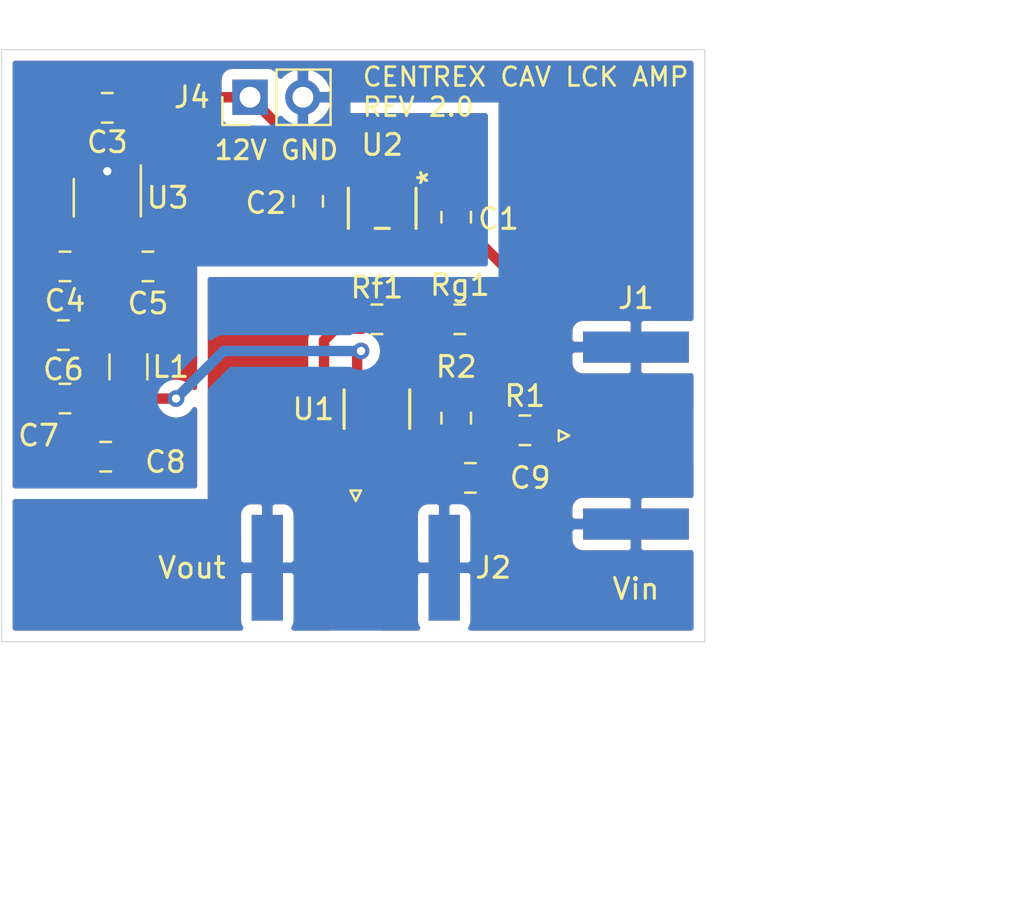
<source format=kicad_pcb>
(kicad_pcb (version 20171130) (host pcbnew "(5.1.4)-1")

  (general
    (thickness 1.6)
    (drawings 11)
    (tracks 58)
    (zones 0)
    (modules 20)
    (nets 13)
  )

  (page A4)
  (layers
    (0 F.Cu signal)
    (31 B.Cu signal)
    (32 B.Adhes user)
    (33 F.Adhes user)
    (34 B.Paste user)
    (35 F.Paste user)
    (36 B.SilkS user)
    (37 F.SilkS user)
    (38 B.Mask user)
    (39 F.Mask user)
    (40 Dwgs.User user)
    (41 Cmts.User user)
    (42 Eco1.User user)
    (43 Eco2.User user)
    (44 Edge.Cuts user)
    (45 Margin user)
    (46 B.CrtYd user)
    (47 F.CrtYd user)
    (48 B.Fab user)
    (49 F.Fab user)
  )

  (setup
    (last_trace_width 0.25)
    (trace_clearance 0.2)
    (zone_clearance 0.508)
    (zone_45_only no)
    (trace_min 0.2)
    (via_size 0.8)
    (via_drill 0.4)
    (via_min_size 0.4)
    (via_min_drill 0.3)
    (uvia_size 0.3)
    (uvia_drill 0.1)
    (uvias_allowed no)
    (uvia_min_size 0.2)
    (uvia_min_drill 0.1)
    (edge_width 0.05)
    (segment_width 0.2)
    (pcb_text_width 0.3)
    (pcb_text_size 1.5 1.5)
    (mod_edge_width 0.12)
    (mod_text_size 1 1)
    (mod_text_width 0.15)
    (pad_size 1.524 1.524)
    (pad_drill 0.762)
    (pad_to_mask_clearance 0.051)
    (solder_mask_min_width 0.25)
    (aux_axis_origin 0 0)
    (visible_elements 7FFFFFFF)
    (pcbplotparams
      (layerselection 0x010fc_ffffffff)
      (usegerberextensions false)
      (usegerberattributes false)
      (usegerberadvancedattributes false)
      (creategerberjobfile false)
      (excludeedgelayer true)
      (linewidth 0.100000)
      (plotframeref false)
      (viasonmask false)
      (mode 1)
      (useauxorigin false)
      (hpglpennumber 1)
      (hpglpenspeed 20)
      (hpglpendiameter 15.000000)
      (psnegative false)
      (psa4output false)
      (plotreference true)
      (plotvalue true)
      (plotinvisibletext false)
      (padsonsilk false)
      (subtractmaskfromsilk false)
      (outputformat 1)
      (mirror false)
      (drillshape 0)
      (scaleselection 1)
      (outputdirectory "gerber/"))
  )

  (net 0 "")
  (net 1 "Net-(U1-Pad5)")
  (net 2 Vref)
  (net 3 GND)
  (net 4 Vs)
  (net 5 +12V)
  (net 6 "Net-(C4-Pad1)")
  (net 7 "Net-(C5-Pad1)")
  (net 8 "Net-(J1-Pad1)")
  (net 9 "Net-(J2-Pad1)")
  (net 10 "Net-(Rf1-Pad1)")
  (net 11 "Net-(U2-Pad1)")
  (net 12 "Net-(C9-Pad1)")

  (net_class Default "This is the default net class."
    (clearance 0.2)
    (trace_width 0.25)
    (via_dia 0.8)
    (via_drill 0.4)
    (uvia_dia 0.3)
    (uvia_drill 0.1)
    (add_net +12V)
    (add_net GND)
    (add_net "Net-(C4-Pad1)")
    (add_net "Net-(C5-Pad1)")
    (add_net "Net-(C9-Pad1)")
    (add_net "Net-(J1-Pad1)")
    (add_net "Net-(J2-Pad1)")
    (add_net "Net-(Rf1-Pad1)")
    (add_net "Net-(U1-Pad5)")
    (add_net "Net-(U2-Pad1)")
    (add_net Vref)
    (add_net Vs)
  )

  (module Capacitor_SMD:C_0805_2012Metric (layer F.Cu) (tedit 5B36C52B) (tstamp 5D9273CF)
    (at 135.0495 80.518)
    (descr "Capacitor SMD 0805 (2012 Metric), square (rectangular) end terminal, IPC_7351 nominal, (Body size source: https://docs.google.com/spreadsheets/d/1BsfQQcO9C6DZCsRaXUlFlo91Tg2WpOkGARC1WS5S8t0/edit?usp=sharing), generated with kicad-footprint-generator")
    (tags capacitor)
    (path /5D926DC5)
    (attr smd)
    (fp_text reference C9 (at 2.8725 0) (layer F.SilkS)
      (effects (font (size 1 1) (thickness 0.15)))
    )
    (fp_text value 1n (at 0 1.65) (layer F.Fab)
      (effects (font (size 1 1) (thickness 0.15)))
    )
    (fp_text user %R (at 0 0) (layer F.Fab)
      (effects (font (size 0.5 0.5) (thickness 0.08)))
    )
    (fp_line (start 1.68 0.95) (end -1.68 0.95) (layer F.CrtYd) (width 0.05))
    (fp_line (start 1.68 -0.95) (end 1.68 0.95) (layer F.CrtYd) (width 0.05))
    (fp_line (start -1.68 -0.95) (end 1.68 -0.95) (layer F.CrtYd) (width 0.05))
    (fp_line (start -1.68 0.95) (end -1.68 -0.95) (layer F.CrtYd) (width 0.05))
    (fp_line (start -0.258578 0.71) (end 0.258578 0.71) (layer F.SilkS) (width 0.12))
    (fp_line (start -0.258578 -0.71) (end 0.258578 -0.71) (layer F.SilkS) (width 0.12))
    (fp_line (start 1 0.6) (end -1 0.6) (layer F.Fab) (width 0.1))
    (fp_line (start 1 -0.6) (end 1 0.6) (layer F.Fab) (width 0.1))
    (fp_line (start -1 -0.6) (end 1 -0.6) (layer F.Fab) (width 0.1))
    (fp_line (start -1 0.6) (end -1 -0.6) (layer F.Fab) (width 0.1))
    (pad 2 smd roundrect (at 0.9375 0) (size 0.975 1.4) (layers F.Cu F.Paste F.Mask) (roundrect_rratio 0.25)
      (net 3 GND))
    (pad 1 smd roundrect (at -0.9375 0) (size 0.975 1.4) (layers F.Cu F.Paste F.Mask) (roundrect_rratio 0.25)
      (net 12 "Net-(C9-Pad1)"))
    (model ${KISYS3DMOD}/Capacitor_SMD.3dshapes/C_0805_2012Metric.wrl
      (at (xyz 0 0 0))
      (scale (xyz 1 1 1))
      (rotate (xyz 0 0 0))
    )
  )

  (module Package_TO_SOT_SMD:SOT-23-5 (layer F.Cu) (tedit 5A02FF57) (tstamp 5D816CA0)
    (at 117.602 67.056 270)
    (descr "5-pin SOT23 package")
    (tags SOT-23-5)
    (path /5D82553C)
    (attr smd)
    (fp_text reference U3 (at 0 -2.9 180) (layer F.SilkS)
      (effects (font (size 1 1) (thickness 0.15)))
    )
    (fp_text value LP2985-10.0 (at 0 2.9 90) (layer F.Fab)
      (effects (font (size 1 1) (thickness 0.15)))
    )
    (fp_line (start 0.9 -1.55) (end 0.9 1.55) (layer F.Fab) (width 0.1))
    (fp_line (start 0.9 1.55) (end -0.9 1.55) (layer F.Fab) (width 0.1))
    (fp_line (start -0.9 -0.9) (end -0.9 1.55) (layer F.Fab) (width 0.1))
    (fp_line (start 0.9 -1.55) (end -0.25 -1.55) (layer F.Fab) (width 0.1))
    (fp_line (start -0.9 -0.9) (end -0.25 -1.55) (layer F.Fab) (width 0.1))
    (fp_line (start -1.9 1.8) (end -1.9 -1.8) (layer F.CrtYd) (width 0.05))
    (fp_line (start 1.9 1.8) (end -1.9 1.8) (layer F.CrtYd) (width 0.05))
    (fp_line (start 1.9 -1.8) (end 1.9 1.8) (layer F.CrtYd) (width 0.05))
    (fp_line (start -1.9 -1.8) (end 1.9 -1.8) (layer F.CrtYd) (width 0.05))
    (fp_line (start 0.9 -1.61) (end -1.55 -1.61) (layer F.SilkS) (width 0.12))
    (fp_line (start -0.9 1.61) (end 0.9 1.61) (layer F.SilkS) (width 0.12))
    (fp_text user %R (at 0 0) (layer F.Fab)
      (effects (font (size 0.5 0.5) (thickness 0.075)))
    )
    (pad 5 smd rect (at 1.1 -0.95 270) (size 1.06 0.65) (layers F.Cu F.Paste F.Mask)
      (net 7 "Net-(C5-Pad1)"))
    (pad 4 smd rect (at 1.1 0.95 270) (size 1.06 0.65) (layers F.Cu F.Paste F.Mask)
      (net 6 "Net-(C4-Pad1)"))
    (pad 3 smd rect (at -1.1 0.95 270) (size 1.06 0.65) (layers F.Cu F.Paste F.Mask)
      (net 5 +12V))
    (pad 2 smd rect (at -1.1 0 270) (size 1.06 0.65) (layers F.Cu F.Paste F.Mask)
      (net 3 GND))
    (pad 1 smd rect (at -1.1 -0.95 270) (size 1.06 0.65) (layers F.Cu F.Paste F.Mask)
      (net 5 +12V))
    (model ${KISYS3DMOD}/Package_TO_SOT_SMD.3dshapes/SOT-23-5.wrl
      (at (xyz 0 0 0))
      (scale (xyz 1 1 1))
      (rotate (xyz 0 0 0))
    )
  )

  (module footprints:LM4120AIM5-5.0&slash_NOPB (layer F.Cu) (tedit 0) (tstamp 5D81446E)
    (at 130.81 67.564 270)
    (path /5D81D32B)
    (fp_text reference U2 (at -3.048 0 180) (layer F.SilkS)
      (effects (font (size 1 1) (thickness 0.15)))
    )
    (fp_text value " " (at 0 0 90) (layer F.SilkS)
      (effects (font (size 1 1) (thickness 0.15)))
    )
    (fp_line (start 1.0922 1.7526) (end -1.0922 1.7526) (layer F.CrtYd) (width 0.1524))
    (fp_line (start 1.0922 1.4859) (end 1.0922 1.7526) (layer F.CrtYd) (width 0.1524))
    (fp_line (start 2.1336 1.4859) (end 1.0922 1.4859) (layer F.CrtYd) (width 0.1524))
    (fp_line (start 2.1336 -1.4859) (end 2.1336 1.4859) (layer F.CrtYd) (width 0.1524))
    (fp_line (start 1.0922 -1.4859) (end 2.1336 -1.4859) (layer F.CrtYd) (width 0.1524))
    (fp_line (start 1.0922 -1.7526) (end 1.0922 -1.4859) (layer F.CrtYd) (width 0.1524))
    (fp_line (start -1.0922 -1.7526) (end 1.0922 -1.7526) (layer F.CrtYd) (width 0.1524))
    (fp_line (start -1.0922 -1.4859) (end -1.0922 -1.7526) (layer F.CrtYd) (width 0.1524))
    (fp_line (start -2.1336 -1.4859) (end -1.0922 -1.4859) (layer F.CrtYd) (width 0.1524))
    (fp_line (start -2.1336 1.4859) (end -2.1336 -1.4859) (layer F.CrtYd) (width 0.1524))
    (fp_line (start -1.0922 1.4859) (end -2.1336 1.4859) (layer F.CrtYd) (width 0.1524))
    (fp_line (start -1.0922 1.7526) (end -1.0922 1.4859) (layer F.CrtYd) (width 0.1524))
    (fp_line (start -0.8382 -1.4986) (end -0.8382 1.4986) (layer F.Fab) (width 0.1524))
    (fp_line (start 0.8382 -1.4986) (end -0.8382 -1.4986) (layer F.Fab) (width 0.1524))
    (fp_line (start 0.8382 1.4986) (end 0.8382 -1.4986) (layer F.Fab) (width 0.1524))
    (fp_line (start -0.8382 1.4986) (end 0.8382 1.4986) (layer F.Fab) (width 0.1524))
    (fp_line (start 0.9652 -1.6256) (end -0.9652 -1.6256) (layer F.SilkS) (width 0.1524))
    (fp_line (start 0.9652 0.34036) (end 0.9652 -0.34036) (layer F.SilkS) (width 0.1524))
    (fp_line (start -0.9652 1.6256) (end 0.9652 1.6256) (layer F.SilkS) (width 0.1524))
    (fp_line (start 1.4986 -1.2065) (end 0.8382 -1.2065) (layer F.Fab) (width 0.1524))
    (fp_line (start 1.4986 -0.6985) (end 1.4986 -1.2065) (layer F.Fab) (width 0.1524))
    (fp_line (start 0.8382 -0.6985) (end 1.4986 -0.6985) (layer F.Fab) (width 0.1524))
    (fp_line (start 0.8382 -1.2065) (end 0.8382 -0.6985) (layer F.Fab) (width 0.1524))
    (fp_line (start 1.4986 0.6985) (end 0.8382 0.6985) (layer F.Fab) (width 0.1524))
    (fp_line (start 1.4986 1.2065) (end 1.4986 0.6985) (layer F.Fab) (width 0.1524))
    (fp_line (start 0.8382 1.2065) (end 1.4986 1.2065) (layer F.Fab) (width 0.1524))
    (fp_line (start 0.8382 0.6985) (end 0.8382 1.2065) (layer F.Fab) (width 0.1524))
    (fp_line (start -1.4986 1.2065) (end -0.8382 1.2065) (layer F.Fab) (width 0.1524))
    (fp_line (start -1.4986 0.6985) (end -1.4986 1.2065) (layer F.Fab) (width 0.1524))
    (fp_line (start -0.8382 0.6985) (end -1.4986 0.6985) (layer F.Fab) (width 0.1524))
    (fp_line (start -0.8382 1.2065) (end -0.8382 0.6985) (layer F.Fab) (width 0.1524))
    (fp_line (start -1.4986 0.254) (end -0.8382 0.254) (layer F.Fab) (width 0.1524))
    (fp_line (start -1.4986 -0.254) (end -1.4986 0.254) (layer F.Fab) (width 0.1524))
    (fp_line (start -0.8382 -0.254) (end -1.4986 -0.254) (layer F.Fab) (width 0.1524))
    (fp_line (start -0.8382 0.254) (end -0.8382 -0.254) (layer F.Fab) (width 0.1524))
    (fp_line (start -1.4986 -0.6985) (end -0.8382 -0.6985) (layer F.Fab) (width 0.1524))
    (fp_line (start -1.4986 -1.2065) (end -1.4986 -0.6985) (layer F.Fab) (width 0.1524))
    (fp_line (start -0.8382 -1.2065) (end -1.4986 -1.2065) (layer F.Fab) (width 0.1524))
    (fp_line (start -0.8382 -0.6985) (end -0.8382 -1.2065) (layer F.Fab) (width 0.1524))
    (fp_text user * (at -0.5842 -1.7399 90) (layer F.Fab)
      (effects (font (size 1 1) (thickness 0.15)))
    )
    (fp_text user * (at -1.4732 -2.2479 90) (layer F.SilkS)
      (effects (font (size 1 1) (thickness 0.15)))
    )
    (fp_text user "Copyright 2016 Accelerated Designs. All rights reserved." (at 0 0 90) (layer Cmts.User)
      (effects (font (size 0.127 0.127) (thickness 0.002)))
    )
    (pad 5 smd rect (at 1.2192 -0.9525 270) (size 1.27 0.5588) (layers F.Cu F.Paste F.Mask)
      (net 2 Vref))
    (pad 4 smd rect (at 1.2192 0.9525 270) (size 1.27 0.5588) (layers F.Cu F.Paste F.Mask)
      (net 5 +12V))
    (pad 3 smd rect (at -1.2192 0.9525 270) (size 1.27 0.5588) (layers F.Cu F.Paste F.Mask)
      (net 5 +12V))
    (pad 2 smd rect (at -1.2192 0 270) (size 1.27 0.5588) (layers F.Cu F.Paste F.Mask)
      (net 3 GND))
    (pad 1 smd rect (at -1.2192 -0.9525 270) (size 1.27 0.5588) (layers F.Cu F.Paste F.Mask)
      (net 11 "Net-(U2-Pad1)"))
  )

  (module Resistor_SMD:R_0805_2012Metric (layer F.Cu) (tedit 5B36C52B) (tstamp 5D816C21)
    (at 134.5415 72.898)
    (descr "Resistor SMD 0805 (2012 Metric), square (rectangular) end terminal, IPC_7351 nominal, (Body size source: https://docs.google.com/spreadsheets/d/1BsfQQcO9C6DZCsRaXUlFlo91Tg2WpOkGARC1WS5S8t0/edit?usp=sharing), generated with kicad-footprint-generator")
    (tags resistor)
    (path /5D81326B)
    (attr smd)
    (fp_text reference Rg1 (at 0 -1.65) (layer F.SilkS)
      (effects (font (size 1 1) (thickness 0.15)))
    )
    (fp_text value 110R (at 0 1.65) (layer F.Fab)
      (effects (font (size 1 1) (thickness 0.15)))
    )
    (fp_text user %R (at 0 0) (layer F.Fab)
      (effects (font (size 0.5 0.5) (thickness 0.08)))
    )
    (fp_line (start 1.68 0.95) (end -1.68 0.95) (layer F.CrtYd) (width 0.05))
    (fp_line (start 1.68 -0.95) (end 1.68 0.95) (layer F.CrtYd) (width 0.05))
    (fp_line (start -1.68 -0.95) (end 1.68 -0.95) (layer F.CrtYd) (width 0.05))
    (fp_line (start -1.68 0.95) (end -1.68 -0.95) (layer F.CrtYd) (width 0.05))
    (fp_line (start -0.258578 0.71) (end 0.258578 0.71) (layer F.SilkS) (width 0.12))
    (fp_line (start -0.258578 -0.71) (end 0.258578 -0.71) (layer F.SilkS) (width 0.12))
    (fp_line (start 1 0.6) (end -1 0.6) (layer F.Fab) (width 0.1))
    (fp_line (start 1 -0.6) (end 1 0.6) (layer F.Fab) (width 0.1))
    (fp_line (start -1 -0.6) (end 1 -0.6) (layer F.Fab) (width 0.1))
    (fp_line (start -1 0.6) (end -1 -0.6) (layer F.Fab) (width 0.1))
    (pad 2 smd roundrect (at 0.9375 0) (size 0.975 1.4) (layers F.Cu F.Paste F.Mask) (roundrect_rratio 0.25)
      (net 3 GND))
    (pad 1 smd roundrect (at -0.9375 0) (size 0.975 1.4) (layers F.Cu F.Paste F.Mask) (roundrect_rratio 0.25)
      (net 10 "Net-(Rf1-Pad1)"))
    (model ${KISYS3DMOD}/Resistor_SMD.3dshapes/R_0805_2012Metric.wrl
      (at (xyz 0 0 0))
      (scale (xyz 1 1 1))
      (rotate (xyz 0 0 0))
    )
  )

  (module Resistor_SMD:R_0805_2012Metric (layer F.Cu) (tedit 5B36C52B) (tstamp 5D81C8C7)
    (at 130.556 72.898 180)
    (descr "Resistor SMD 0805 (2012 Metric), square (rectangular) end terminal, IPC_7351 nominal, (Body size source: https://docs.google.com/spreadsheets/d/1BsfQQcO9C6DZCsRaXUlFlo91Tg2WpOkGARC1WS5S8t0/edit?usp=sharing), generated with kicad-footprint-generator")
    (tags resistor)
    (path /5D813542)
    (attr smd)
    (fp_text reference Rf1 (at 0 1.524) (layer F.SilkS)
      (effects (font (size 1 1) (thickness 0.15)))
    )
    (fp_text value 510R (at 0 1.65) (layer F.Fab)
      (effects (font (size 1 1) (thickness 0.15)))
    )
    (fp_text user %R (at 0 0) (layer F.Fab)
      (effects (font (size 0.5 0.5) (thickness 0.08)))
    )
    (fp_line (start 1.68 0.95) (end -1.68 0.95) (layer F.CrtYd) (width 0.05))
    (fp_line (start 1.68 -0.95) (end 1.68 0.95) (layer F.CrtYd) (width 0.05))
    (fp_line (start -1.68 -0.95) (end 1.68 -0.95) (layer F.CrtYd) (width 0.05))
    (fp_line (start -1.68 0.95) (end -1.68 -0.95) (layer F.CrtYd) (width 0.05))
    (fp_line (start -0.258578 0.71) (end 0.258578 0.71) (layer F.SilkS) (width 0.12))
    (fp_line (start -0.258578 -0.71) (end 0.258578 -0.71) (layer F.SilkS) (width 0.12))
    (fp_line (start 1 0.6) (end -1 0.6) (layer F.Fab) (width 0.1))
    (fp_line (start 1 -0.6) (end 1 0.6) (layer F.Fab) (width 0.1))
    (fp_line (start -1 -0.6) (end 1 -0.6) (layer F.Fab) (width 0.1))
    (fp_line (start -1 0.6) (end -1 -0.6) (layer F.Fab) (width 0.1))
    (pad 2 smd roundrect (at 0.9375 0 180) (size 0.975 1.4) (layers F.Cu F.Paste F.Mask) (roundrect_rratio 0.25)
      (net 9 "Net-(J2-Pad1)"))
    (pad 1 smd roundrect (at -0.9375 0 180) (size 0.975 1.4) (layers F.Cu F.Paste F.Mask) (roundrect_rratio 0.25)
      (net 10 "Net-(Rf1-Pad1)"))
    (model ${KISYS3DMOD}/Resistor_SMD.3dshapes/R_0805_2012Metric.wrl
      (at (xyz 0 0 0))
      (scale (xyz 1 1 1))
      (rotate (xyz 0 0 0))
    )
  )

  (module Resistor_SMD:R_0805_2012Metric (layer F.Cu) (tedit 5B36C52B) (tstamp 5D927978)
    (at 134.366 77.6455 90)
    (descr "Resistor SMD 0805 (2012 Metric), square (rectangular) end terminal, IPC_7351 nominal, (Body size source: https://docs.google.com/spreadsheets/d/1BsfQQcO9C6DZCsRaXUlFlo91Tg2WpOkGARC1WS5S8t0/edit?usp=sharing), generated with kicad-footprint-generator")
    (tags resistor)
    (path /5D81302F)
    (attr smd)
    (fp_text reference R2 (at 2.4615 0 180) (layer F.SilkS)
      (effects (font (size 1 1) (thickness 0.15)))
    )
    (fp_text value 2550R (at 0 1.65 90) (layer F.Fab)
      (effects (font (size 1 1) (thickness 0.15)))
    )
    (fp_text user %R (at 0 0 90) (layer F.Fab)
      (effects (font (size 0.5 0.5) (thickness 0.08)))
    )
    (fp_line (start 1.68 0.95) (end -1.68 0.95) (layer F.CrtYd) (width 0.05))
    (fp_line (start 1.68 -0.95) (end 1.68 0.95) (layer F.CrtYd) (width 0.05))
    (fp_line (start -1.68 -0.95) (end 1.68 -0.95) (layer F.CrtYd) (width 0.05))
    (fp_line (start -1.68 0.95) (end -1.68 -0.95) (layer F.CrtYd) (width 0.05))
    (fp_line (start -0.258578 0.71) (end 0.258578 0.71) (layer F.SilkS) (width 0.12))
    (fp_line (start -0.258578 -0.71) (end 0.258578 -0.71) (layer F.SilkS) (width 0.12))
    (fp_line (start 1 0.6) (end -1 0.6) (layer F.Fab) (width 0.1))
    (fp_line (start 1 -0.6) (end 1 0.6) (layer F.Fab) (width 0.1))
    (fp_line (start -1 -0.6) (end 1 -0.6) (layer F.Fab) (width 0.1))
    (fp_line (start -1 0.6) (end -1 -0.6) (layer F.Fab) (width 0.1))
    (pad 2 smd roundrect (at 0.9375 0 90) (size 0.975 1.4) (layers F.Cu F.Paste F.Mask) (roundrect_rratio 0.25)
      (net 2 Vref))
    (pad 1 smd roundrect (at -0.9375 0 90) (size 0.975 1.4) (layers F.Cu F.Paste F.Mask) (roundrect_rratio 0.25)
      (net 12 "Net-(C9-Pad1)"))
    (model ${KISYS3DMOD}/Resistor_SMD.3dshapes/R_0805_2012Metric.wrl
      (at (xyz 0 0 0))
      (scale (xyz 1 1 1))
      (rotate (xyz 0 0 0))
    )
  )

  (module Resistor_SMD:R_0805_2012Metric (layer F.Cu) (tedit 5B36C52B) (tstamp 5D81C7A8)
    (at 137.668 78.232)
    (descr "Resistor SMD 0805 (2012 Metric), square (rectangular) end terminal, IPC_7351 nominal, (Body size source: https://docs.google.com/spreadsheets/d/1BsfQQcO9C6DZCsRaXUlFlo91Tg2WpOkGARC1WS5S8t0/edit?usp=sharing), generated with kicad-footprint-generator")
    (tags resistor)
    (path /5D812CC9)
    (attr smd)
    (fp_text reference R1 (at 0 -1.65) (layer F.SilkS)
      (effects (font (size 1 1) (thickness 0.15)))
    )
    (fp_text value 510R (at 0 1.65) (layer F.Fab)
      (effects (font (size 1 1) (thickness 0.15)))
    )
    (fp_text user %R (at 0 0) (layer F.Fab)
      (effects (font (size 0.5 0.5) (thickness 0.08)))
    )
    (fp_line (start 1.68 0.95) (end -1.68 0.95) (layer F.CrtYd) (width 0.05))
    (fp_line (start 1.68 -0.95) (end 1.68 0.95) (layer F.CrtYd) (width 0.05))
    (fp_line (start -1.68 -0.95) (end 1.68 -0.95) (layer F.CrtYd) (width 0.05))
    (fp_line (start -1.68 0.95) (end -1.68 -0.95) (layer F.CrtYd) (width 0.05))
    (fp_line (start -0.258578 0.71) (end 0.258578 0.71) (layer F.SilkS) (width 0.12))
    (fp_line (start -0.258578 -0.71) (end 0.258578 -0.71) (layer F.SilkS) (width 0.12))
    (fp_line (start 1 0.6) (end -1 0.6) (layer F.Fab) (width 0.1))
    (fp_line (start 1 -0.6) (end 1 0.6) (layer F.Fab) (width 0.1))
    (fp_line (start -1 -0.6) (end 1 -0.6) (layer F.Fab) (width 0.1))
    (fp_line (start -1 0.6) (end -1 -0.6) (layer F.Fab) (width 0.1))
    (pad 2 smd roundrect (at 0.9375 0) (size 0.975 1.4) (layers F.Cu F.Paste F.Mask) (roundrect_rratio 0.25)
      (net 8 "Net-(J1-Pad1)"))
    (pad 1 smd roundrect (at -0.9375 0) (size 0.975 1.4) (layers F.Cu F.Paste F.Mask) (roundrect_rratio 0.25)
      (net 12 "Net-(C9-Pad1)"))
    (model ${KISYS3DMOD}/Resistor_SMD.3dshapes/R_0805_2012Metric.wrl
      (at (xyz 0 0 0))
      (scale (xyz 1 1 1))
      (rotate (xyz 0 0 0))
    )
  )

  (module Inductor_SMD:L_1206_3216Metric (layer F.Cu) (tedit 5B301BBE) (tstamp 5D816BDD)
    (at 118.618 75.184 270)
    (descr "Inductor SMD 1206 (3216 Metric), square (rectangular) end terminal, IPC_7351 nominal, (Body size source: http://www.tortai-tech.com/upload/download/2011102023233369053.pdf), generated with kicad-footprint-generator")
    (tags inductor)
    (path /5D82BF36)
    (attr smd)
    (fp_text reference L1 (at 0 -2.032 180) (layer F.SilkS)
      (effects (font (size 1 1) (thickness 0.15)))
    )
    (fp_text value L_Core_Ferrite (at 0 1.82 90) (layer F.Fab)
      (effects (font (size 1 1) (thickness 0.15)))
    )
    (fp_text user %R (at 0 0 90) (layer F.Fab)
      (effects (font (size 0.8 0.8) (thickness 0.12)))
    )
    (fp_line (start 2.28 1.12) (end -2.28 1.12) (layer F.CrtYd) (width 0.05))
    (fp_line (start 2.28 -1.12) (end 2.28 1.12) (layer F.CrtYd) (width 0.05))
    (fp_line (start -2.28 -1.12) (end 2.28 -1.12) (layer F.CrtYd) (width 0.05))
    (fp_line (start -2.28 1.12) (end -2.28 -1.12) (layer F.CrtYd) (width 0.05))
    (fp_line (start -0.602064 0.91) (end 0.602064 0.91) (layer F.SilkS) (width 0.12))
    (fp_line (start -0.602064 -0.91) (end 0.602064 -0.91) (layer F.SilkS) (width 0.12))
    (fp_line (start 1.6 0.8) (end -1.6 0.8) (layer F.Fab) (width 0.1))
    (fp_line (start 1.6 -0.8) (end 1.6 0.8) (layer F.Fab) (width 0.1))
    (fp_line (start -1.6 -0.8) (end 1.6 -0.8) (layer F.Fab) (width 0.1))
    (fp_line (start -1.6 0.8) (end -1.6 -0.8) (layer F.Fab) (width 0.1))
    (pad 2 smd roundrect (at 1.4 0 270) (size 1.25 1.75) (layers F.Cu F.Paste F.Mask) (roundrect_rratio 0.2)
      (net 4 Vs))
    (pad 1 smd roundrect (at -1.4 0 270) (size 1.25 1.75) (layers F.Cu F.Paste F.Mask) (roundrect_rratio 0.2)
      (net 7 "Net-(C5-Pad1)"))
    (model ${KISYS3DMOD}/Inductor_SMD.3dshapes/L_1206_3216Metric.wrl
      (at (xyz 0 0 0))
      (scale (xyz 1 1 1))
      (rotate (xyz 0 0 0))
    )
  )

  (module Connector_PinHeader_2.54mm:PinHeader_1x02_P2.54mm_Vertical (layer F.Cu) (tedit 59FED5CC) (tstamp 5D817F91)
    (at 124.46 62.23 90)
    (descr "Through hole straight pin header, 1x02, 2.54mm pitch, single row")
    (tags "Through hole pin header THT 1x02 2.54mm single row")
    (path /5D82225A)
    (fp_text reference J4 (at 0 -2.794 180) (layer F.SilkS)
      (effects (font (size 1 1) (thickness 0.15)))
    )
    (fp_text value Conn_01x02 (at 0 4.87 90) (layer F.Fab)
      (effects (font (size 1 1) (thickness 0.15)))
    )
    (fp_text user %R (at 0 1.27) (layer F.Fab)
      (effects (font (size 1 1) (thickness 0.15)))
    )
    (fp_line (start 1.8 -1.8) (end -1.8 -1.8) (layer F.CrtYd) (width 0.05))
    (fp_line (start 1.8 4.35) (end 1.8 -1.8) (layer F.CrtYd) (width 0.05))
    (fp_line (start -1.8 4.35) (end 1.8 4.35) (layer F.CrtYd) (width 0.05))
    (fp_line (start -1.8 -1.8) (end -1.8 4.35) (layer F.CrtYd) (width 0.05))
    (fp_line (start -1.33 -1.33) (end 0 -1.33) (layer F.SilkS) (width 0.12))
    (fp_line (start -1.33 0) (end -1.33 -1.33) (layer F.SilkS) (width 0.12))
    (fp_line (start -1.33 1.27) (end 1.33 1.27) (layer F.SilkS) (width 0.12))
    (fp_line (start 1.33 1.27) (end 1.33 3.87) (layer F.SilkS) (width 0.12))
    (fp_line (start -1.33 1.27) (end -1.33 3.87) (layer F.SilkS) (width 0.12))
    (fp_line (start -1.33 3.87) (end 1.33 3.87) (layer F.SilkS) (width 0.12))
    (fp_line (start -1.27 -0.635) (end -0.635 -1.27) (layer F.Fab) (width 0.1))
    (fp_line (start -1.27 3.81) (end -1.27 -0.635) (layer F.Fab) (width 0.1))
    (fp_line (start 1.27 3.81) (end -1.27 3.81) (layer F.Fab) (width 0.1))
    (fp_line (start 1.27 -1.27) (end 1.27 3.81) (layer F.Fab) (width 0.1))
    (fp_line (start -0.635 -1.27) (end 1.27 -1.27) (layer F.Fab) (width 0.1))
    (pad 2 thru_hole oval (at 0 2.54 90) (size 1.7 1.7) (drill 1) (layers *.Cu *.Mask)
      (net 3 GND))
    (pad 1 thru_hole rect (at 0 0 90) (size 1.7 1.7) (drill 1) (layers *.Cu *.Mask)
      (net 5 +12V))
    (model ${KISYS3DMOD}/Connector_PinHeader_2.54mm.3dshapes/PinHeader_1x02_P2.54mm_Vertical.wrl
      (at (xyz 0 0 0))
      (scale (xyz 1 1 1))
      (rotate (xyz 0 0 0))
    )
  )

  (module Connector_Coaxial:SMA_Amphenol_132289_EdgeMount (layer F.Cu) (tedit 5A1C1810) (tstamp 5D816B9F)
    (at 129.54 84.836 270)
    (descr http://www.amphenolrf.com/132289.html)
    (tags SMA)
    (path /5D81C3BB)
    (attr smd)
    (fp_text reference J2 (at 0 -6.604) (layer F.SilkS)
      (effects (font (size 1 1) (thickness 0.15)))
    )
    (fp_text value Conn_Coaxial (at 5 6 90) (layer F.Fab)
      (effects (font (size 1 1) (thickness 0.15)))
    )
    (fp_line (start -1.91 5.08) (end 4.445 5.08) (layer F.Fab) (width 0.1))
    (fp_line (start -1.91 3.81) (end -1.91 5.08) (layer F.Fab) (width 0.1))
    (fp_line (start 2.54 3.81) (end -1.91 3.81) (layer F.Fab) (width 0.1))
    (fp_line (start 2.54 -3.81) (end 2.54 3.81) (layer F.Fab) (width 0.1))
    (fp_line (start -1.91 -3.81) (end 2.54 -3.81) (layer F.Fab) (width 0.1))
    (fp_line (start -1.91 -5.08) (end -1.91 -3.81) (layer F.Fab) (width 0.1))
    (fp_line (start -1.91 -5.08) (end 4.445 -5.08) (layer F.Fab) (width 0.1))
    (fp_line (start 4.445 -3.81) (end 4.445 -5.08) (layer F.Fab) (width 0.1))
    (fp_line (start 4.445 5.08) (end 4.445 3.81) (layer F.Fab) (width 0.1))
    (fp_line (start 13.97 3.81) (end 4.445 3.81) (layer F.Fab) (width 0.1))
    (fp_line (start 13.97 -3.81) (end 13.97 3.81) (layer F.Fab) (width 0.1))
    (fp_line (start 4.445 -3.81) (end 13.97 -3.81) (layer F.Fab) (width 0.1))
    (fp_line (start -3.04 5.58) (end -3.04 -5.58) (layer B.CrtYd) (width 0.05))
    (fp_line (start 14.47 5.58) (end -3.04 5.58) (layer B.CrtYd) (width 0.05))
    (fp_line (start 14.47 -5.58) (end 14.47 5.58) (layer B.CrtYd) (width 0.05))
    (fp_line (start 14.47 -5.58) (end -3.04 -5.58) (layer B.CrtYd) (width 0.05))
    (fp_line (start -3.04 5.58) (end -3.04 -5.58) (layer F.CrtYd) (width 0.05))
    (fp_line (start 14.47 5.58) (end -3.04 5.58) (layer F.CrtYd) (width 0.05))
    (fp_line (start 14.47 -5.58) (end 14.47 5.58) (layer F.CrtYd) (width 0.05))
    (fp_line (start 14.47 -5.58) (end -3.04 -5.58) (layer F.CrtYd) (width 0.05))
    (fp_text user %R (at 4.79 0 180) (layer F.Fab)
      (effects (font (size 1 1) (thickness 0.15)))
    )
    (fp_line (start 2.54 -0.75) (end 3.54 0) (layer F.Fab) (width 0.1))
    (fp_line (start 3.54 0) (end 2.54 0.75) (layer F.Fab) (width 0.1))
    (fp_line (start -3.21 0) (end -3.71 -0.25) (layer F.SilkS) (width 0.12))
    (fp_line (start -3.71 -0.25) (end -3.71 0.25) (layer F.SilkS) (width 0.12))
    (fp_line (start -3.71 0.25) (end -3.21 0) (layer F.SilkS) (width 0.12))
    (pad 1 smd rect (at 0 0) (size 1.5 5.08) (layers F.Cu F.Paste F.Mask)
      (net 9 "Net-(J2-Pad1)"))
    (pad 2 smd rect (at 0 -4.25) (size 1.5 5.08) (layers F.Cu F.Paste F.Mask)
      (net 3 GND))
    (pad 2 smd rect (at 0 4.25) (size 1.5 5.08) (layers F.Cu F.Paste F.Mask)
      (net 3 GND))
    (pad 2 smd rect (at 0 -4.25) (size 1.5 5.08) (layers B.Cu B.Paste B.Mask)
      (net 3 GND))
    (pad 2 smd rect (at 0 4.25) (size 1.5 5.08) (layers B.Cu B.Paste B.Mask)
      (net 3 GND))
    (model ${KISYS3DMOD}/Connector_Coaxial.3dshapes/SMA_Amphenol_132289_EdgeMount.wrl
      (at (xyz 0 0 0))
      (scale (xyz 1 1 1))
      (rotate (xyz 0 0 0))
    )
  )

  (module Connector_Coaxial:SMA_Amphenol_132289_EdgeMount (layer F.Cu) (tedit 5A1C1810) (tstamp 5D81C724)
    (at 143.002 78.486)
    (descr http://www.amphenolrf.com/132289.html)
    (tags SMA)
    (path /5D81B0ED)
    (attr smd)
    (fp_text reference J1 (at 0 -6.604 180) (layer F.SilkS)
      (effects (font (size 1 1) (thickness 0.15)))
    )
    (fp_text value Conn_Coaxial (at 5 6) (layer F.Fab)
      (effects (font (size 1 1) (thickness 0.15)))
    )
    (fp_line (start -1.91 5.08) (end 4.445 5.08) (layer F.Fab) (width 0.1))
    (fp_line (start -1.91 3.81) (end -1.91 5.08) (layer F.Fab) (width 0.1))
    (fp_line (start 2.54 3.81) (end -1.91 3.81) (layer F.Fab) (width 0.1))
    (fp_line (start 2.54 -3.81) (end 2.54 3.81) (layer F.Fab) (width 0.1))
    (fp_line (start -1.91 -3.81) (end 2.54 -3.81) (layer F.Fab) (width 0.1))
    (fp_line (start -1.91 -5.08) (end -1.91 -3.81) (layer F.Fab) (width 0.1))
    (fp_line (start -1.91 -5.08) (end 4.445 -5.08) (layer F.Fab) (width 0.1))
    (fp_line (start 4.445 -3.81) (end 4.445 -5.08) (layer F.Fab) (width 0.1))
    (fp_line (start 4.445 5.08) (end 4.445 3.81) (layer F.Fab) (width 0.1))
    (fp_line (start 13.97 3.81) (end 4.445 3.81) (layer F.Fab) (width 0.1))
    (fp_line (start 13.97 -3.81) (end 13.97 3.81) (layer F.Fab) (width 0.1))
    (fp_line (start 4.445 -3.81) (end 13.97 -3.81) (layer F.Fab) (width 0.1))
    (fp_line (start -3.04 5.58) (end -3.04 -5.58) (layer B.CrtYd) (width 0.05))
    (fp_line (start 14.47 5.58) (end -3.04 5.58) (layer B.CrtYd) (width 0.05))
    (fp_line (start 14.47 -5.58) (end 14.47 5.58) (layer B.CrtYd) (width 0.05))
    (fp_line (start 14.47 -5.58) (end -3.04 -5.58) (layer B.CrtYd) (width 0.05))
    (fp_line (start -3.04 5.58) (end -3.04 -5.58) (layer F.CrtYd) (width 0.05))
    (fp_line (start 14.47 5.58) (end -3.04 5.58) (layer F.CrtYd) (width 0.05))
    (fp_line (start 14.47 -5.58) (end 14.47 5.58) (layer F.CrtYd) (width 0.05))
    (fp_line (start 14.47 -5.58) (end -3.04 -5.58) (layer F.CrtYd) (width 0.05))
    (fp_text user %R (at 4.79 0 270) (layer F.Fab)
      (effects (font (size 1 1) (thickness 0.15)))
    )
    (fp_line (start 2.54 -0.75) (end 3.54 0) (layer F.Fab) (width 0.1))
    (fp_line (start 3.54 0) (end 2.54 0.75) (layer F.Fab) (width 0.1))
    (fp_line (start -3.21 0) (end -3.71 -0.25) (layer F.SilkS) (width 0.12))
    (fp_line (start -3.71 -0.25) (end -3.71 0.25) (layer F.SilkS) (width 0.12))
    (fp_line (start -3.71 0.25) (end -3.21 0) (layer F.SilkS) (width 0.12))
    (pad 1 smd rect (at 0 0 90) (size 1.5 5.08) (layers F.Cu F.Paste F.Mask)
      (net 8 "Net-(J1-Pad1)"))
    (pad 2 smd rect (at 0 -4.25 90) (size 1.5 5.08) (layers F.Cu F.Paste F.Mask)
      (net 3 GND))
    (pad 2 smd rect (at 0 4.25 90) (size 1.5 5.08) (layers F.Cu F.Paste F.Mask)
      (net 3 GND))
    (pad 2 smd rect (at 0 -4.25 90) (size 1.5 5.08) (layers B.Cu B.Paste B.Mask)
      (net 3 GND))
    (pad 2 smd rect (at 0 4.25 90) (size 1.5 5.08) (layers B.Cu B.Paste B.Mask)
      (net 3 GND))
    (model ${KISYS3DMOD}/Connector_Coaxial.3dshapes/SMA_Amphenol_132289_EdgeMount.wrl
      (at (xyz 0 0 0))
      (scale (xyz 1 1 1))
      (rotate (xyz 0 0 0))
    )
  )

  (module Capacitor_SMD:C_0805_2012Metric (layer F.Cu) (tedit 5B36C52B) (tstamp 5D816B59)
    (at 117.5235 79.502 180)
    (descr "Capacitor SMD 0805 (2012 Metric), square (rectangular) end terminal, IPC_7351 nominal, (Body size source: https://docs.google.com/spreadsheets/d/1BsfQQcO9C6DZCsRaXUlFlo91Tg2WpOkGARC1WS5S8t0/edit?usp=sharing), generated with kicad-footprint-generator")
    (tags capacitor)
    (path /5D82B6EF)
    (attr smd)
    (fp_text reference C8 (at -2.8725 -0.254) (layer F.SilkS)
      (effects (font (size 1 1) (thickness 0.15)))
    )
    (fp_text value 0.1u (at 0 1.65) (layer F.Fab)
      (effects (font (size 1 1) (thickness 0.15)))
    )
    (fp_text user %R (at 0 0) (layer F.Fab)
      (effects (font (size 0.5 0.5) (thickness 0.08)))
    )
    (fp_line (start 1.68 0.95) (end -1.68 0.95) (layer F.CrtYd) (width 0.05))
    (fp_line (start 1.68 -0.95) (end 1.68 0.95) (layer F.CrtYd) (width 0.05))
    (fp_line (start -1.68 -0.95) (end 1.68 -0.95) (layer F.CrtYd) (width 0.05))
    (fp_line (start -1.68 0.95) (end -1.68 -0.95) (layer F.CrtYd) (width 0.05))
    (fp_line (start -0.258578 0.71) (end 0.258578 0.71) (layer F.SilkS) (width 0.12))
    (fp_line (start -0.258578 -0.71) (end 0.258578 -0.71) (layer F.SilkS) (width 0.12))
    (fp_line (start 1 0.6) (end -1 0.6) (layer F.Fab) (width 0.1))
    (fp_line (start 1 -0.6) (end 1 0.6) (layer F.Fab) (width 0.1))
    (fp_line (start -1 -0.6) (end 1 -0.6) (layer F.Fab) (width 0.1))
    (fp_line (start -1 0.6) (end -1 -0.6) (layer F.Fab) (width 0.1))
    (pad 2 smd roundrect (at 0.9375 0 180) (size 0.975 1.4) (layers F.Cu F.Paste F.Mask) (roundrect_rratio 0.25)
      (net 3 GND))
    (pad 1 smd roundrect (at -0.9375 0 180) (size 0.975 1.4) (layers F.Cu F.Paste F.Mask) (roundrect_rratio 0.25)
      (net 4 Vs))
    (model ${KISYS3DMOD}/Capacitor_SMD.3dshapes/C_0805_2012Metric.wrl
      (at (xyz 0 0 0))
      (scale (xyz 1 1 1))
      (rotate (xyz 0 0 0))
    )
  )

  (module Capacitor_SMD:C_0805_2012Metric (layer F.Cu) (tedit 5B36C52B) (tstamp 5D816B48)
    (at 115.57 76.708 180)
    (descr "Capacitor SMD 0805 (2012 Metric), square (rectangular) end terminal, IPC_7351 nominal, (Body size source: https://docs.google.com/spreadsheets/d/1BsfQQcO9C6DZCsRaXUlFlo91Tg2WpOkGARC1WS5S8t0/edit?usp=sharing), generated with kicad-footprint-generator")
    (tags capacitor)
    (path /5D82B1C9)
    (attr smd)
    (fp_text reference C7 (at 1.27 -1.778) (layer F.SilkS)
      (effects (font (size 1 1) (thickness 0.15)))
    )
    (fp_text value 1u (at 0 1.65) (layer F.Fab)
      (effects (font (size 1 1) (thickness 0.15)))
    )
    (fp_text user %R (at 0 0) (layer F.Fab)
      (effects (font (size 0.5 0.5) (thickness 0.08)))
    )
    (fp_line (start 1.68 0.95) (end -1.68 0.95) (layer F.CrtYd) (width 0.05))
    (fp_line (start 1.68 -0.95) (end 1.68 0.95) (layer F.CrtYd) (width 0.05))
    (fp_line (start -1.68 -0.95) (end 1.68 -0.95) (layer F.CrtYd) (width 0.05))
    (fp_line (start -1.68 0.95) (end -1.68 -0.95) (layer F.CrtYd) (width 0.05))
    (fp_line (start -0.258578 0.71) (end 0.258578 0.71) (layer F.SilkS) (width 0.12))
    (fp_line (start -0.258578 -0.71) (end 0.258578 -0.71) (layer F.SilkS) (width 0.12))
    (fp_line (start 1 0.6) (end -1 0.6) (layer F.Fab) (width 0.1))
    (fp_line (start 1 -0.6) (end 1 0.6) (layer F.Fab) (width 0.1))
    (fp_line (start -1 -0.6) (end 1 -0.6) (layer F.Fab) (width 0.1))
    (fp_line (start -1 0.6) (end -1 -0.6) (layer F.Fab) (width 0.1))
    (pad 2 smd roundrect (at 0.9375 0 180) (size 0.975 1.4) (layers F.Cu F.Paste F.Mask) (roundrect_rratio 0.25)
      (net 3 GND))
    (pad 1 smd roundrect (at -0.9375 0 180) (size 0.975 1.4) (layers F.Cu F.Paste F.Mask) (roundrect_rratio 0.25)
      (net 4 Vs))
    (model ${KISYS3DMOD}/Capacitor_SMD.3dshapes/C_0805_2012Metric.wrl
      (at (xyz 0 0 0))
      (scale (xyz 1 1 1))
      (rotate (xyz 0 0 0))
    )
  )

  (module Capacitor_SMD:C_0805_2012Metric (layer F.Cu) (tedit 5B36C52B) (tstamp 5D816B37)
    (at 115.4915 73.66 180)
    (descr "Capacitor SMD 0805 (2012 Metric), square (rectangular) end terminal, IPC_7351 nominal, (Body size source: https://docs.google.com/spreadsheets/d/1BsfQQcO9C6DZCsRaXUlFlo91Tg2WpOkGARC1WS5S8t0/edit?usp=sharing), generated with kicad-footprint-generator")
    (tags capacitor)
    (path /5D82A886)
    (attr smd)
    (fp_text reference C6 (at 0 -1.65) (layer F.SilkS)
      (effects (font (size 1 1) (thickness 0.15)))
    )
    (fp_text value 10u (at 0 1.65) (layer F.Fab)
      (effects (font (size 1 1) (thickness 0.15)))
    )
    (fp_text user %R (at 0 0) (layer F.Fab)
      (effects (font (size 0.5 0.5) (thickness 0.08)))
    )
    (fp_line (start 1.68 0.95) (end -1.68 0.95) (layer F.CrtYd) (width 0.05))
    (fp_line (start 1.68 -0.95) (end 1.68 0.95) (layer F.CrtYd) (width 0.05))
    (fp_line (start -1.68 -0.95) (end 1.68 -0.95) (layer F.CrtYd) (width 0.05))
    (fp_line (start -1.68 0.95) (end -1.68 -0.95) (layer F.CrtYd) (width 0.05))
    (fp_line (start -0.258578 0.71) (end 0.258578 0.71) (layer F.SilkS) (width 0.12))
    (fp_line (start -0.258578 -0.71) (end 0.258578 -0.71) (layer F.SilkS) (width 0.12))
    (fp_line (start 1 0.6) (end -1 0.6) (layer F.Fab) (width 0.1))
    (fp_line (start 1 -0.6) (end 1 0.6) (layer F.Fab) (width 0.1))
    (fp_line (start -1 -0.6) (end 1 -0.6) (layer F.Fab) (width 0.1))
    (fp_line (start -1 0.6) (end -1 -0.6) (layer F.Fab) (width 0.1))
    (pad 2 smd roundrect (at 0.9375 0 180) (size 0.975 1.4) (layers F.Cu F.Paste F.Mask) (roundrect_rratio 0.25)
      (net 3 GND))
    (pad 1 smd roundrect (at -0.9375 0 180) (size 0.975 1.4) (layers F.Cu F.Paste F.Mask) (roundrect_rratio 0.25)
      (net 7 "Net-(C5-Pad1)"))
    (model ${KISYS3DMOD}/Capacitor_SMD.3dshapes/C_0805_2012Metric.wrl
      (at (xyz 0 0 0))
      (scale (xyz 1 1 1))
      (rotate (xyz 0 0 0))
    )
  )

  (module Capacitor_SMD:C_0805_2012Metric (layer F.Cu) (tedit 5B36C52B) (tstamp 5D816B26)
    (at 119.5555 70.358)
    (descr "Capacitor SMD 0805 (2012 Metric), square (rectangular) end terminal, IPC_7351 nominal, (Body size source: https://docs.google.com/spreadsheets/d/1BsfQQcO9C6DZCsRaXUlFlo91Tg2WpOkGARC1WS5S8t0/edit?usp=sharing), generated with kicad-footprint-generator")
    (tags capacitor)
    (path /5D829154)
    (attr smd)
    (fp_text reference C5 (at 0 1.778) (layer F.SilkS)
      (effects (font (size 1 1) (thickness 0.15)))
    )
    (fp_text value 2.2u (at 0 1.65) (layer F.Fab)
      (effects (font (size 1 1) (thickness 0.15)))
    )
    (fp_text user %R (at 0 0) (layer F.Fab)
      (effects (font (size 0.5 0.5) (thickness 0.08)))
    )
    (fp_line (start 1.68 0.95) (end -1.68 0.95) (layer F.CrtYd) (width 0.05))
    (fp_line (start 1.68 -0.95) (end 1.68 0.95) (layer F.CrtYd) (width 0.05))
    (fp_line (start -1.68 -0.95) (end 1.68 -0.95) (layer F.CrtYd) (width 0.05))
    (fp_line (start -1.68 0.95) (end -1.68 -0.95) (layer F.CrtYd) (width 0.05))
    (fp_line (start -0.258578 0.71) (end 0.258578 0.71) (layer F.SilkS) (width 0.12))
    (fp_line (start -0.258578 -0.71) (end 0.258578 -0.71) (layer F.SilkS) (width 0.12))
    (fp_line (start 1 0.6) (end -1 0.6) (layer F.Fab) (width 0.1))
    (fp_line (start 1 -0.6) (end 1 0.6) (layer F.Fab) (width 0.1))
    (fp_line (start -1 -0.6) (end 1 -0.6) (layer F.Fab) (width 0.1))
    (fp_line (start -1 0.6) (end -1 -0.6) (layer F.Fab) (width 0.1))
    (pad 2 smd roundrect (at 0.9375 0) (size 0.975 1.4) (layers F.Cu F.Paste F.Mask) (roundrect_rratio 0.25)
      (net 3 GND))
    (pad 1 smd roundrect (at -0.9375 0) (size 0.975 1.4) (layers F.Cu F.Paste F.Mask) (roundrect_rratio 0.25)
      (net 7 "Net-(C5-Pad1)"))
    (model ${KISYS3DMOD}/Capacitor_SMD.3dshapes/C_0805_2012Metric.wrl
      (at (xyz 0 0 0))
      (scale (xyz 1 1 1))
      (rotate (xyz 0 0 0))
    )
  )

  (module Capacitor_SMD:C_0805_2012Metric (layer F.Cu) (tedit 5B36C52B) (tstamp 5D816B15)
    (at 115.57 70.358 180)
    (descr "Capacitor SMD 0805 (2012 Metric), square (rectangular) end terminal, IPC_7351 nominal, (Body size source: https://docs.google.com/spreadsheets/d/1BsfQQcO9C6DZCsRaXUlFlo91Tg2WpOkGARC1WS5S8t0/edit?usp=sharing), generated with kicad-footprint-generator")
    (tags capacitor)
    (path /5D83A3F9)
    (attr smd)
    (fp_text reference C4 (at 0 -1.65) (layer F.SilkS)
      (effects (font (size 1 1) (thickness 0.15)))
    )
    (fp_text value C (at 0 1.65) (layer F.Fab)
      (effects (font (size 1 1) (thickness 0.15)))
    )
    (fp_text user %R (at 0 0) (layer F.Fab)
      (effects (font (size 0.5 0.5) (thickness 0.08)))
    )
    (fp_line (start 1.68 0.95) (end -1.68 0.95) (layer F.CrtYd) (width 0.05))
    (fp_line (start 1.68 -0.95) (end 1.68 0.95) (layer F.CrtYd) (width 0.05))
    (fp_line (start -1.68 -0.95) (end 1.68 -0.95) (layer F.CrtYd) (width 0.05))
    (fp_line (start -1.68 0.95) (end -1.68 -0.95) (layer F.CrtYd) (width 0.05))
    (fp_line (start -0.258578 0.71) (end 0.258578 0.71) (layer F.SilkS) (width 0.12))
    (fp_line (start -0.258578 -0.71) (end 0.258578 -0.71) (layer F.SilkS) (width 0.12))
    (fp_line (start 1 0.6) (end -1 0.6) (layer F.Fab) (width 0.1))
    (fp_line (start 1 -0.6) (end 1 0.6) (layer F.Fab) (width 0.1))
    (fp_line (start -1 -0.6) (end 1 -0.6) (layer F.Fab) (width 0.1))
    (fp_line (start -1 0.6) (end -1 -0.6) (layer F.Fab) (width 0.1))
    (pad 2 smd roundrect (at 0.9375 0 180) (size 0.975 1.4) (layers F.Cu F.Paste F.Mask) (roundrect_rratio 0.25)
      (net 3 GND))
    (pad 1 smd roundrect (at -0.9375 0 180) (size 0.975 1.4) (layers F.Cu F.Paste F.Mask) (roundrect_rratio 0.25)
      (net 6 "Net-(C4-Pad1)"))
    (model ${KISYS3DMOD}/Capacitor_SMD.3dshapes/C_0805_2012Metric.wrl
      (at (xyz 0 0 0))
      (scale (xyz 1 1 1))
      (rotate (xyz 0 0 0))
    )
  )

  (module Capacitor_SMD:C_0805_2012Metric (layer F.Cu) (tedit 5B36C52B) (tstamp 5D81D5EF)
    (at 117.602 62.738 180)
    (descr "Capacitor SMD 0805 (2012 Metric), square (rectangular) end terminal, IPC_7351 nominal, (Body size source: https://docs.google.com/spreadsheets/d/1BsfQQcO9C6DZCsRaXUlFlo91Tg2WpOkGARC1WS5S8t0/edit?usp=sharing), generated with kicad-footprint-generator")
    (tags capacitor)
    (path /5D826C29)
    (attr smd)
    (fp_text reference C3 (at 0 -1.65) (layer F.SilkS)
      (effects (font (size 1 1) (thickness 0.15)))
    )
    (fp_text value 1u (at 0 1.65) (layer F.Fab)
      (effects (font (size 1 1) (thickness 0.15)))
    )
    (fp_text user %R (at 0 0) (layer F.Fab)
      (effects (font (size 0.5 0.5) (thickness 0.08)))
    )
    (fp_line (start 1.68 0.95) (end -1.68 0.95) (layer F.CrtYd) (width 0.05))
    (fp_line (start 1.68 -0.95) (end 1.68 0.95) (layer F.CrtYd) (width 0.05))
    (fp_line (start -1.68 -0.95) (end 1.68 -0.95) (layer F.CrtYd) (width 0.05))
    (fp_line (start -1.68 0.95) (end -1.68 -0.95) (layer F.CrtYd) (width 0.05))
    (fp_line (start -0.258578 0.71) (end 0.258578 0.71) (layer F.SilkS) (width 0.12))
    (fp_line (start -0.258578 -0.71) (end 0.258578 -0.71) (layer F.SilkS) (width 0.12))
    (fp_line (start 1 0.6) (end -1 0.6) (layer F.Fab) (width 0.1))
    (fp_line (start 1 -0.6) (end 1 0.6) (layer F.Fab) (width 0.1))
    (fp_line (start -1 -0.6) (end 1 -0.6) (layer F.Fab) (width 0.1))
    (fp_line (start -1 0.6) (end -1 -0.6) (layer F.Fab) (width 0.1))
    (pad 2 smd roundrect (at 0.9375 0 180) (size 0.975 1.4) (layers F.Cu F.Paste F.Mask) (roundrect_rratio 0.25)
      (net 3 GND))
    (pad 1 smd roundrect (at -0.9375 0 180) (size 0.975 1.4) (layers F.Cu F.Paste F.Mask) (roundrect_rratio 0.25)
      (net 5 +12V))
    (model ${KISYS3DMOD}/Capacitor_SMD.3dshapes/C_0805_2012Metric.wrl
      (at (xyz 0 0 0))
      (scale (xyz 1 1 1))
      (rotate (xyz 0 0 0))
    )
  )

  (module Capacitor_SMD:C_0805_2012Metric (layer F.Cu) (tedit 5B36C52B) (tstamp 5D81CE51)
    (at 127.254 67.2315 270)
    (descr "Capacitor SMD 0805 (2012 Metric), square (rectangular) end terminal, IPC_7351 nominal, (Body size source: https://docs.google.com/spreadsheets/d/1BsfQQcO9C6DZCsRaXUlFlo91Tg2WpOkGARC1WS5S8t0/edit?usp=sharing), generated with kicad-footprint-generator")
    (tags capacitor)
    (path /5D81E917)
    (attr smd)
    (fp_text reference C2 (at 0.0785 2.032 180) (layer F.SilkS)
      (effects (font (size 1 1) (thickness 0.15)))
    )
    (fp_text value 1u (at 0 1.65 90) (layer F.Fab)
      (effects (font (size 1 1) (thickness 0.15)))
    )
    (fp_text user %R (at 0 0 90) (layer F.Fab)
      (effects (font (size 0.5 0.5) (thickness 0.08)))
    )
    (fp_line (start 1.68 0.95) (end -1.68 0.95) (layer F.CrtYd) (width 0.05))
    (fp_line (start 1.68 -0.95) (end 1.68 0.95) (layer F.CrtYd) (width 0.05))
    (fp_line (start -1.68 -0.95) (end 1.68 -0.95) (layer F.CrtYd) (width 0.05))
    (fp_line (start -1.68 0.95) (end -1.68 -0.95) (layer F.CrtYd) (width 0.05))
    (fp_line (start -0.258578 0.71) (end 0.258578 0.71) (layer F.SilkS) (width 0.12))
    (fp_line (start -0.258578 -0.71) (end 0.258578 -0.71) (layer F.SilkS) (width 0.12))
    (fp_line (start 1 0.6) (end -1 0.6) (layer F.Fab) (width 0.1))
    (fp_line (start 1 -0.6) (end 1 0.6) (layer F.Fab) (width 0.1))
    (fp_line (start -1 -0.6) (end 1 -0.6) (layer F.Fab) (width 0.1))
    (fp_line (start -1 0.6) (end -1 -0.6) (layer F.Fab) (width 0.1))
    (pad 2 smd roundrect (at 0.9375 0 270) (size 0.975 1.4) (layers F.Cu F.Paste F.Mask) (roundrect_rratio 0.25)
      (net 3 GND))
    (pad 1 smd roundrect (at -0.9375 0 270) (size 0.975 1.4) (layers F.Cu F.Paste F.Mask) (roundrect_rratio 0.25)
      (net 5 +12V))
    (model ${KISYS3DMOD}/Capacitor_SMD.3dshapes/C_0805_2012Metric.wrl
      (at (xyz 0 0 0))
      (scale (xyz 1 1 1))
      (rotate (xyz 0 0 0))
    )
  )

  (module Capacitor_SMD:C_0805_2012Metric (layer F.Cu) (tedit 5B36C52B) (tstamp 5D81CE81)
    (at 134.366 67.9935 270)
    (descr "Capacitor SMD 0805 (2012 Metric), square (rectangular) end terminal, IPC_7351 nominal, (Body size source: https://docs.google.com/spreadsheets/d/1BsfQQcO9C6DZCsRaXUlFlo91Tg2WpOkGARC1WS5S8t0/edit?usp=sharing), generated with kicad-footprint-generator")
    (tags capacitor)
    (path /5D81F5AF)
    (attr smd)
    (fp_text reference C1 (at 0.0785 -2.032 180) (layer F.SilkS)
      (effects (font (size 1 1) (thickness 0.15)))
    )
    (fp_text value 0.022u (at 0 1.65 90) (layer F.Fab)
      (effects (font (size 1 1) (thickness 0.15)))
    )
    (fp_text user %R (at 0 0 90) (layer F.Fab)
      (effects (font (size 0.5 0.5) (thickness 0.08)))
    )
    (fp_line (start 1.68 0.95) (end -1.68 0.95) (layer F.CrtYd) (width 0.05))
    (fp_line (start 1.68 -0.95) (end 1.68 0.95) (layer F.CrtYd) (width 0.05))
    (fp_line (start -1.68 -0.95) (end 1.68 -0.95) (layer F.CrtYd) (width 0.05))
    (fp_line (start -1.68 0.95) (end -1.68 -0.95) (layer F.CrtYd) (width 0.05))
    (fp_line (start -0.258578 0.71) (end 0.258578 0.71) (layer F.SilkS) (width 0.12))
    (fp_line (start -0.258578 -0.71) (end 0.258578 -0.71) (layer F.SilkS) (width 0.12))
    (fp_line (start 1 0.6) (end -1 0.6) (layer F.Fab) (width 0.1))
    (fp_line (start 1 -0.6) (end 1 0.6) (layer F.Fab) (width 0.1))
    (fp_line (start -1 -0.6) (end 1 -0.6) (layer F.Fab) (width 0.1))
    (fp_line (start -1 0.6) (end -1 -0.6) (layer F.Fab) (width 0.1))
    (pad 2 smd roundrect (at 0.9375 0 270) (size 0.975 1.4) (layers F.Cu F.Paste F.Mask) (roundrect_rratio 0.25)
      (net 2 Vref))
    (pad 1 smd roundrect (at -0.9375 0 270) (size 0.975 1.4) (layers F.Cu F.Paste F.Mask) (roundrect_rratio 0.25)
      (net 3 GND))
    (model ${KISYS3DMOD}/Capacitor_SMD.3dshapes/C_0805_2012Metric.wrl
      (at (xyz 0 0 0))
      (scale (xyz 1 1 1))
      (rotate (xyz 0 0 0))
    )
  )

  (module footprints:ADA4841-1YRJZ-R7 (layer F.Cu) (tedit 0) (tstamp 5D81BEC7)
    (at 130.556 77.216 90)
    (path /5D811720)
    (fp_text reference U1 (at 0 -3.048 180) (layer F.SilkS)
      (effects (font (size 1 1) (thickness 0.15)))
    )
    (fp_text value " " (at 0 0 90) (layer F.SilkS)
      (effects (font (size 1 1) (thickness 0.15)))
    )
    (fp_arc (start 0 -1.45) (end 0.3048 -1.45) (angle 180) (layer F.Fab) (width 0.1524))
    (fp_line (start 1.054 1.704) (end -1.054 1.704) (layer F.CrtYd) (width 0.1524))
    (fp_line (start 1.054 1.4694) (end 1.054 1.704) (layer F.CrtYd) (width 0.1524))
    (fp_line (start 2.1096 1.4694) (end 1.054 1.4694) (layer F.CrtYd) (width 0.1524))
    (fp_line (start 2.1096 -1.4694) (end 2.1096 1.4694) (layer F.CrtYd) (width 0.1524))
    (fp_line (start 1.054 -1.4694) (end 2.1096 -1.4694) (layer F.CrtYd) (width 0.1524))
    (fp_line (start 1.054 -1.704) (end 1.054 -1.4694) (layer F.CrtYd) (width 0.1524))
    (fp_line (start -1.054 -1.704) (end 1.054 -1.704) (layer F.CrtYd) (width 0.1524))
    (fp_line (start -1.054 -1.4694) (end -1.054 -1.704) (layer F.CrtYd) (width 0.1524))
    (fp_line (start -2.1096 -1.4694) (end -1.054 -1.4694) (layer F.CrtYd) (width 0.1524))
    (fp_line (start -2.1096 1.4694) (end -2.1096 -1.4694) (layer F.CrtYd) (width 0.1524))
    (fp_line (start -1.054 1.4694) (end -2.1096 1.4694) (layer F.CrtYd) (width 0.1524))
    (fp_line (start -1.054 1.704) (end -1.054 1.4694) (layer F.CrtYd) (width 0.1524))
    (fp_line (start 1.499999 -1.19) (end 0.8 -1.19) (layer F.Fab) (width 0.1524))
    (fp_line (start 1.499999 -0.71) (end 1.499999 -1.19) (layer F.Fab) (width 0.1524))
    (fp_line (start 0.8 -0.71) (end 1.499999 -0.71) (layer F.Fab) (width 0.1524))
    (fp_line (start 0.8 -1.19) (end 0.8 -0.71) (layer F.Fab) (width 0.1524))
    (fp_line (start 1.499999 -0.24) (end 0.8 -0.24) (layer F.Fab) (width 0.1524))
    (fp_line (start 1.499999 0.24) (end 1.499999 -0.24) (layer F.Fab) (width 0.1524))
    (fp_line (start 0.8 0.24) (end 1.499999 0.24) (layer F.Fab) (width 0.1524))
    (fp_line (start 0.8 -0.24) (end 0.8 0.24) (layer F.Fab) (width 0.1524))
    (fp_line (start 1.499999 0.71) (end 0.8 0.71) (layer F.Fab) (width 0.1524))
    (fp_line (start 1.499999 1.19) (end 1.499999 0.71) (layer F.Fab) (width 0.1524))
    (fp_line (start 0.8 1.19) (end 1.499999 1.19) (layer F.Fab) (width 0.1524))
    (fp_line (start 0.8 0.71) (end 0.8 1.19) (layer F.Fab) (width 0.1524))
    (fp_line (start -1.499999 1.19) (end -0.8 1.19) (layer F.Fab) (width 0.1524))
    (fp_line (start -1.499999 0.71) (end -1.499999 1.19) (layer F.Fab) (width 0.1524))
    (fp_line (start -0.8 0.71) (end -1.499999 0.71) (layer F.Fab) (width 0.1524))
    (fp_line (start -0.8 1.19) (end -0.8 0.71) (layer F.Fab) (width 0.1524))
    (fp_line (start -1.499999 0.24) (end -0.8 0.24) (layer F.Fab) (width 0.1524))
    (fp_line (start -1.499999 -0.24) (end -1.499999 0.24) (layer F.Fab) (width 0.1524))
    (fp_line (start -0.8 -0.24) (end -1.499999 -0.24) (layer F.Fab) (width 0.1524))
    (fp_line (start -0.8 0.24) (end -0.8 -0.24) (layer F.Fab) (width 0.1524))
    (fp_line (start -1.499999 -0.71) (end -0.8 -0.71) (layer F.Fab) (width 0.1524))
    (fp_line (start -1.499999 -1.19) (end -1.499999 -0.71) (layer F.Fab) (width 0.1524))
    (fp_line (start -0.8 -1.19) (end -1.499999 -1.19) (layer F.Fab) (width 0.1524))
    (fp_line (start -0.8 -0.71) (end -0.8 -1.19) (layer F.Fab) (width 0.1524))
    (fp_line (start -0.8 -1.45) (end -0.8 1.45) (layer F.Fab) (width 0.1524))
    (fp_line (start 0.8 -1.45) (end -0.8 -1.45) (layer F.Fab) (width 0.1524))
    (fp_line (start 0.8 1.45) (end 0.8 -1.45) (layer F.Fab) (width 0.1524))
    (fp_line (start -0.8 1.45) (end 0.8 1.45) (layer F.Fab) (width 0.1524))
    (fp_line (start 0.927 -1.577) (end -0.927 -1.577) (layer F.SilkS) (width 0.1524))
    (fp_line (start -0.927 1.577) (end 0.927 1.577) (layer F.SilkS) (width 0.1524))
    (fp_text user * (at -0.546 -1.6586 90) (layer F.Fab)
      (effects (font (size 1 1) (thickness 0.15)))
    )
    (fp_text user "Copyright 2016 Accelerated Designs. All rights reserved." (at 0 0 90) (layer Cmts.User)
      (effects (font (size 0.127 0.127) (thickness 0.002)))
    )
    (pad 6 smd rect (at 1.1 -0.950001 90) (size 1.5112 0.5308) (layers F.Cu F.Paste F.Mask)
      (net 4 Vs))
    (pad 5 smd rect (at 1.1 0 90) (size 1.5112 0.5308) (layers F.Cu F.Paste F.Mask)
      (net 1 "Net-(U1-Pad5)"))
    (pad 4 smd rect (at 1.1 0.950001 90) (size 1.5112 0.5308) (layers F.Cu F.Paste F.Mask)
      (net 10 "Net-(Rf1-Pad1)"))
    (pad 3 smd rect (at -1.1 0.950001 90) (size 1.5112 0.5308) (layers F.Cu F.Paste F.Mask)
      (net 12 "Net-(C9-Pad1)"))
    (pad 2 smd rect (at -1.1 0 90) (size 1.5112 0.5308) (layers F.Cu F.Paste F.Mask)
      (net 3 GND))
    (pad 1 smd rect (at -1.1 -0.950001 90) (size 1.5112 0.5308) (layers F.Cu F.Paste F.Mask)
      (net 9 "Net-(J2-Pad1)"))
  )

  (gr_text "CENTREX CAV LCK AMP\nREV 2.0" (at 129.794 61.976) (layer F.SilkS)
    (effects (font (size 0.9 0.9) (thickness 0.135)) (justify left))
  )
  (gr_text Vout (at 121.666 84.836) (layer F.SilkS)
    (effects (font (size 1 1) (thickness 0.15)))
  )
  (gr_text Vin (at 143.002 85.852) (layer F.SilkS)
    (effects (font (size 1 1) (thickness 0.15)))
  )
  (gr_text "12V GND" (at 125.73 64.77) (layer F.SilkS)
    (effects (font (size 0.9 0.9) (thickness 0.15)))
  )
  (dimension 28.448 (width 0.15) (layer Dwgs.User)
    (gr_text "28.448 mm" (at 160.304 74.168 90) (layer Dwgs.User)
      (effects (font (size 1 1) (thickness 0.15)))
    )
    (feature1 (pts (xy 146.304 59.944) (xy 159.590421 59.944)))
    (feature2 (pts (xy 146.304 88.392) (xy 159.590421 88.392)))
    (crossbar (pts (xy 159.004 88.392) (xy 159.004 59.944)))
    (arrow1a (pts (xy 159.004 59.944) (xy 159.590421 61.070504)))
    (arrow1b (pts (xy 159.004 59.944) (xy 158.417579 61.070504)))
    (arrow2a (pts (xy 159.004 88.392) (xy 159.590421 87.265496)))
    (arrow2b (pts (xy 159.004 88.392) (xy 158.417579 87.265496)))
  )
  (dimension 33.782 (width 0.15) (layer Dwgs.User)
    (gr_text "33.782 mm" (at 129.413 102.392) (layer Dwgs.User)
      (effects (font (size 1 1) (thickness 0.15)))
    )
    (feature1 (pts (xy 112.522 88.392) (xy 112.522 101.678421)))
    (feature2 (pts (xy 146.304 88.392) (xy 146.304 101.678421)))
    (crossbar (pts (xy 146.304 101.092) (xy 112.522 101.092)))
    (arrow1a (pts (xy 112.522 101.092) (xy 113.648504 100.505579)))
    (arrow1b (pts (xy 112.522 101.092) (xy 113.648504 101.678421)))
    (arrow2a (pts (xy 146.304 101.092) (xy 145.177496 100.505579)))
    (arrow2b (pts (xy 146.304 101.092) (xy 145.177496 101.678421)))
  )
  (gr_line (start 112.522 88.392) (end 146.304 88.392) (layer Edge.Cuts) (width 0.05) (tstamp 5D81FB35))
  (gr_line (start 112.522 59.944) (end 112.522 88.392) (layer Edge.Cuts) (width 0.05))
  (gr_line (start 146.304 59.944) (end 112.522 59.944) (layer Edge.Cuts) (width 0.05))
  (gr_line (start 146.304 60.706) (end 146.304 59.944) (layer Edge.Cuts) (width 0.05))
  (gr_line (start 146.304 88.392) (end 146.304 60.706) (layer Edge.Cuts) (width 0.05))

  (segment (start 134.2367 68.7832) (end 134.366 68.9125) (width 0.5) (layer F.Cu) (net 2) (tstamp 5D81CE33))
  (segment (start 131.7625 68.7832) (end 134.2367 68.7832) (width 0.5) (layer F.Cu) (net 2) (tstamp 5D81CE3F))
  (segment (start 137.414 73.9925) (end 134.366 77.0405) (width 0.5) (layer F.Cu) (net 2))
  (segment (start 137.414 71.12) (end 137.414 73.9925) (width 0.5) (layer F.Cu) (net 2))
  (segment (start 134.366 68.931) (end 135.225 68.931) (width 0.5) (layer F.Cu) (net 2))
  (segment (start 135.225 68.931) (end 137.414 71.12) (width 0.5) (layer F.Cu) (net 2))
  (via (at 117.602 65.786) (size 0.8) (drill 0.4) (layers F.Cu B.Cu) (net 3))
  (segment (start 116.6315 76.584) (end 116.5075 76.708) (width 0.5) (layer F.Cu) (net 4))
  (segment (start 118.618 76.584) (end 116.6315 76.584) (width 0.5) (layer F.Cu) (net 4))
  (segment (start 118.618 79.345) (end 118.461 79.502) (width 0.5) (layer F.Cu) (net 4))
  (segment (start 118.618 76.584) (end 118.618 79.345) (width 0.5) (layer F.Cu) (net 4))
  (segment (start 118.5545 79.5955) (end 118.461 79.502) (width 0.5) (layer F.Cu) (net 4))
  (via (at 129.794 74.422) (size 0.8) (drill 0.4) (layers F.Cu B.Cu) (net 4))
  (segment (start 129.605999 74.610001) (end 129.794 74.422) (width 0.5) (layer F.Cu) (net 4))
  (segment (start 129.605999 76.116) (end 129.605999 74.610001) (width 0.5) (layer F.Cu) (net 4))
  (via (at 120.904 76.708) (size 0.8) (drill 0.4) (layers F.Cu B.Cu) (net 4))
  (segment (start 129.794 74.422) (end 123.19 74.422) (width 0.5) (layer B.Cu) (net 4))
  (segment (start 123.19 74.422) (end 120.904 76.708) (width 0.5) (layer B.Cu) (net 4))
  (segment (start 118.742 76.708) (end 118.618 76.584) (width 0.5) (layer F.Cu) (net 4))
  (segment (start 120.904 76.708) (end 118.742 76.708) (width 0.5) (layer F.Cu) (net 4))
  (segment (start 127.3833 66.3448) (end 127.254 66.2155) (width 0.5) (layer F.Cu) (net 5) (tstamp 5D81CE3C))
  (segment (start 129.8575 66.3448) (end 127.3833 66.3448) (width 0.5) (layer F.Cu) (net 5) (tstamp 5D81CE39))
  (segment (start 129.8575 68.7832) (end 129.8575 66.3448) (width 0.5) (layer F.Cu) (net 5) (tstamp 5D81CE36))
  (segment (start 118.552 62.7505) (end 118.5395 62.738) (width 0.5) (layer F.Cu) (net 5))
  (segment (start 127.254 65.024) (end 124.46 62.23) (width 0.5) (layer F.Cu) (net 5))
  (segment (start 127.254 66.294) (end 127.254 65.024) (width 0.5) (layer F.Cu) (net 5))
  (segment (start 119.0475 62.23) (end 118.5395 62.738) (width 0.5) (layer F.Cu) (net 5))
  (segment (start 124.46 62.23) (end 119.0475 62.23) (width 0.5) (layer F.Cu) (net 5))
  (segment (start 116.652 64.926) (end 116.652 65.956) (width 0.5) (layer F.Cu) (net 5))
  (segment (start 117.128 64.45) (end 116.652 64.926) (width 0.5) (layer F.Cu) (net 5))
  (segment (start 118.552 64.45) (end 117.128 64.45) (width 0.5) (layer F.Cu) (net 5))
  (segment (start 118.552 64.45) (end 118.552 62.7505) (width 0.5) (layer F.Cu) (net 5))
  (segment (start 118.552 65.956) (end 118.552 64.45) (width 0.5) (layer F.Cu) (net 5))
  (segment (start 116.5075 68.3005) (end 116.652 68.156) (width 0.5) (layer F.Cu) (net 6))
  (segment (start 116.5075 70.358) (end 116.5075 68.3005) (width 0.5) (layer F.Cu) (net 6))
  (segment (start 118.552 70.292) (end 118.618 70.358) (width 0.5) (layer F.Cu) (net 7))
  (segment (start 118.552 68.156) (end 118.552 70.292) (width 0.5) (layer F.Cu) (net 7))
  (segment (start 118.618 70.358) (end 118.618 73.784) (width 0.5) (layer F.Cu) (net 7))
  (segment (start 116.553 73.784) (end 116.429 73.66) (width 0.5) (layer F.Cu) (net 7))
  (segment (start 118.618 73.784) (end 116.553 73.784) (width 0.5) (layer F.Cu) (net 7))
  (segment (start 138.8595 78.486) (end 138.6055 78.232) (width 0.5) (layer F.Cu) (net 8))
  (segment (start 143.002 78.486) (end 138.8595 78.486) (width 0.5) (layer F.Cu) (net 8))
  (segment (start 129.54 78.381999) (end 129.605999 78.316) (width 0.5) (layer F.Cu) (net 9))
  (segment (start 129.54 84.836) (end 129.54 78.381999) (width 0.5) (layer F.Cu) (net 9))
  (segment (start 128.840599 78.316) (end 129.605999 78.316) (width 0.5) (layer F.Cu) (net 9))
  (segment (start 128.016 77.491401) (end 128.840599 78.316) (width 0.5) (layer F.Cu) (net 9))
  (segment (start 128.016 73.913) (end 128.016 77.491401) (width 0.5) (layer F.Cu) (net 9))
  (segment (start 129.031 72.898) (end 128.016 73.913) (width 0.5) (layer F.Cu) (net 9))
  (segment (start 129.6185 72.898) (end 129.031 72.898) (width 0.5) (layer F.Cu) (net 9))
  (segment (start 133.604 72.898) (end 131.4935 72.898) (width 0.5) (layer F.Cu) (net 10))
  (segment (start 131.506001 72.910501) (end 131.4935 72.898) (width 0.5) (layer F.Cu) (net 10))
  (segment (start 131.506001 76.116) (end 131.506001 72.910501) (width 0.5) (layer F.Cu) (net 10))
  (segment (start 134.717 78.232) (end 134.366 78.583) (width 0.5) (layer F.Cu) (net 12))
  (segment (start 136.7305 78.232) (end 134.717 78.232) (width 0.5) (layer F.Cu) (net 12))
  (segment (start 131.773001 78.583) (end 131.506001 78.316) (width 0.5) (layer F.Cu) (net 12))
  (segment (start 134.366 78.583) (end 131.773001 78.583) (width 0.5) (layer F.Cu) (net 12))
  (segment (start 134.112 78.837) (end 134.366 78.583) (width 0.5) (layer F.Cu) (net 12))
  (segment (start 134.112 80.518) (end 134.112 78.837) (width 0.5) (layer F.Cu) (net 12))

  (zone (net 3) (net_name GND) (layer B.Cu) (tstamp 0) (hatch edge 0.508)
    (connect_pads (clearance 0.508))
    (min_thickness 0.254)
    (fill yes (arc_segments 32) (thermal_gap 0.508) (thermal_bridge_width 0.508))
    (polygon
      (pts
        (xy 146.304 88.392) (xy 112.522 88.392) (xy 112.522 59.944) (xy 146.304 59.944)
      )
    )
    (filled_polygon
      (pts
        (xy 145.644 60.738418) (xy 145.644001 60.738428) (xy 145.644001 72.857974) (xy 145.542 72.847928) (xy 143.28775 72.851)
        (xy 143.129 73.00975) (xy 143.129 74.109) (xy 143.149 74.109) (xy 143.149 74.363) (xy 143.129 74.363)
        (xy 143.129 75.46225) (xy 143.28775 75.621) (xy 145.542 75.624072) (xy 145.644 75.614026) (xy 145.644 81.357974)
        (xy 145.542 81.347928) (xy 143.28775 81.351) (xy 143.129 81.50975) (xy 143.129 82.609) (xy 143.149 82.609)
        (xy 143.149 82.863) (xy 143.129 82.863) (xy 143.129 83.96225) (xy 143.28775 84.121) (xy 145.542 84.124072)
        (xy 145.644 84.114026) (xy 145.644 87.732) (xy 135.069301 87.732) (xy 135.070537 87.730494) (xy 135.129502 87.62018)
        (xy 135.165812 87.500482) (xy 135.178072 87.376) (xy 135.175 85.12175) (xy 135.01625 84.963) (xy 133.917 84.963)
        (xy 133.917 84.983) (xy 133.663 84.983) (xy 133.663 84.963) (xy 132.56375 84.963) (xy 132.405 85.12175)
        (xy 132.401928 87.376) (xy 132.414188 87.500482) (xy 132.450498 87.62018) (xy 132.509463 87.730494) (xy 132.510699 87.732)
        (xy 126.569301 87.732) (xy 126.570537 87.730494) (xy 126.629502 87.62018) (xy 126.665812 87.500482) (xy 126.678072 87.376)
        (xy 126.675 85.12175) (xy 126.51625 84.963) (xy 125.417 84.963) (xy 125.417 84.983) (xy 125.163 84.983)
        (xy 125.163 84.963) (xy 124.06375 84.963) (xy 123.905 85.12175) (xy 123.901928 87.376) (xy 123.914188 87.500482)
        (xy 123.950498 87.62018) (xy 124.009463 87.730494) (xy 124.010699 87.732) (xy 113.182 87.732) (xy 113.182 82.296)
        (xy 123.901928 82.296) (xy 123.905 84.55025) (xy 124.06375 84.709) (xy 125.163 84.709) (xy 125.163 81.81975)
        (xy 125.417 81.81975) (xy 125.417 84.709) (xy 126.51625 84.709) (xy 126.675 84.55025) (xy 126.678072 82.296)
        (xy 132.401928 82.296) (xy 132.405 84.55025) (xy 132.56375 84.709) (xy 133.663 84.709) (xy 133.663 81.81975)
        (xy 133.917 81.81975) (xy 133.917 84.709) (xy 135.01625 84.709) (xy 135.175 84.55025) (xy 135.17645 83.486)
        (xy 139.823928 83.486) (xy 139.836188 83.610482) (xy 139.872498 83.73018) (xy 139.931463 83.840494) (xy 140.010815 83.937185)
        (xy 140.107506 84.016537) (xy 140.21782 84.075502) (xy 140.337518 84.111812) (xy 140.462 84.124072) (xy 142.71625 84.121)
        (xy 142.875 83.96225) (xy 142.875 82.863) (xy 139.98575 82.863) (xy 139.827 83.02175) (xy 139.823928 83.486)
        (xy 135.17645 83.486) (xy 135.178072 82.296) (xy 135.165812 82.171518) (xy 135.129502 82.05182) (xy 135.09432 81.986)
        (xy 139.823928 81.986) (xy 139.827 82.45025) (xy 139.98575 82.609) (xy 142.875 82.609) (xy 142.875 81.50975)
        (xy 142.71625 81.351) (xy 140.462 81.347928) (xy 140.337518 81.360188) (xy 140.21782 81.396498) (xy 140.107506 81.455463)
        (xy 140.010815 81.534815) (xy 139.931463 81.631506) (xy 139.872498 81.74182) (xy 139.836188 81.861518) (xy 139.823928 81.986)
        (xy 135.09432 81.986) (xy 135.070537 81.941506) (xy 134.991185 81.844815) (xy 134.894494 81.765463) (xy 134.78418 81.706498)
        (xy 134.664482 81.670188) (xy 134.54 81.657928) (xy 134.07575 81.661) (xy 133.917 81.81975) (xy 133.663 81.81975)
        (xy 133.50425 81.661) (xy 133.04 81.657928) (xy 132.915518 81.670188) (xy 132.79582 81.706498) (xy 132.685506 81.765463)
        (xy 132.588815 81.844815) (xy 132.509463 81.941506) (xy 132.450498 82.05182) (xy 132.414188 82.171518) (xy 132.401928 82.296)
        (xy 126.678072 82.296) (xy 126.665812 82.171518) (xy 126.629502 82.05182) (xy 126.570537 81.941506) (xy 126.491185 81.844815)
        (xy 126.394494 81.765463) (xy 126.28418 81.706498) (xy 126.164482 81.670188) (xy 126.04 81.657928) (xy 125.57575 81.661)
        (xy 125.417 81.81975) (xy 125.163 81.81975) (xy 125.00425 81.661) (xy 124.54 81.657928) (xy 124.415518 81.670188)
        (xy 124.29582 81.706498) (xy 124.185506 81.765463) (xy 124.088815 81.844815) (xy 124.009463 81.941506) (xy 123.950498 82.05182)
        (xy 123.914188 82.171518) (xy 123.901928 82.296) (xy 113.182 82.296) (xy 113.182 81.661) (xy 122.428 81.661)
        (xy 122.452776 81.65856) (xy 122.476601 81.651333) (xy 122.498557 81.639597) (xy 122.517803 81.623803) (xy 122.533597 81.604557)
        (xy 122.545333 81.582601) (xy 122.55256 81.558776) (xy 122.555 81.534) (xy 122.555 76.308578) (xy 123.556579 75.307)
        (xy 129.255546 75.307) (xy 129.303744 75.339205) (xy 129.492102 75.417226) (xy 129.692061 75.457) (xy 129.895939 75.457)
        (xy 130.095898 75.417226) (xy 130.284256 75.339205) (xy 130.453774 75.225937) (xy 130.597937 75.081774) (xy 130.66193 74.986)
        (xy 139.823928 74.986) (xy 139.836188 75.110482) (xy 139.872498 75.23018) (xy 139.931463 75.340494) (xy 140.010815 75.437185)
        (xy 140.107506 75.516537) (xy 140.21782 75.575502) (xy 140.337518 75.611812) (xy 140.462 75.624072) (xy 142.71625 75.621)
        (xy 142.875 75.46225) (xy 142.875 74.363) (xy 139.98575 74.363) (xy 139.827 74.52175) (xy 139.823928 74.986)
        (xy 130.66193 74.986) (xy 130.711205 74.912256) (xy 130.789226 74.723898) (xy 130.829 74.523939) (xy 130.829 74.320061)
        (xy 130.789226 74.120102) (xy 130.711205 73.931744) (xy 130.597937 73.762226) (xy 130.453774 73.618063) (xy 130.284256 73.504795)
        (xy 130.238882 73.486) (xy 139.823928 73.486) (xy 139.827 73.95025) (xy 139.98575 74.109) (xy 142.875 74.109)
        (xy 142.875 73.00975) (xy 142.71625 72.851) (xy 140.462 72.847928) (xy 140.337518 72.860188) (xy 140.21782 72.896498)
        (xy 140.107506 72.955463) (xy 140.010815 73.034815) (xy 139.931463 73.131506) (xy 139.872498 73.24182) (xy 139.836188 73.361518)
        (xy 139.823928 73.486) (xy 130.238882 73.486) (xy 130.095898 73.426774) (xy 129.895939 73.387) (xy 129.692061 73.387)
        (xy 129.492102 73.426774) (xy 129.303744 73.504795) (xy 129.255546 73.537) (xy 123.233465 73.537) (xy 123.189999 73.532719)
        (xy 123.146533 73.537) (xy 123.146523 73.537) (xy 123.01651 73.549805) (xy 122.849687 73.600411) (xy 122.695941 73.682589)
        (xy 122.695939 73.68259) (xy 122.69594 73.68259) (xy 122.594953 73.765468) (xy 122.594951 73.76547) (xy 122.561183 73.793183)
        (xy 122.555 73.800717) (xy 122.555 70.993) (xy 136.398 70.993) (xy 136.422776 70.99056) (xy 136.446601 70.983333)
        (xy 136.468557 70.971597) (xy 136.487803 70.955803) (xy 136.503597 70.936557) (xy 136.515333 70.914601) (xy 136.52256 70.890776)
        (xy 136.525 70.866) (xy 136.525 62.484) (xy 136.52256 62.459224) (xy 136.515333 62.435399) (xy 136.503597 62.413443)
        (xy 136.487803 62.394197) (xy 136.468557 62.378403) (xy 136.446601 62.366667) (xy 136.422776 62.35944) (xy 136.398 62.357)
        (xy 129.286 62.357) (xy 129.261224 62.35944) (xy 129.237399 62.366667) (xy 129.215443 62.378403) (xy 129.196197 62.394197)
        (xy 129.180403 62.413443) (xy 129.168667 62.435399) (xy 129.16144 62.459224) (xy 129.159 62.484) (xy 129.159 62.992)
        (xy 129.16144 63.016776) (xy 129.168667 63.040601) (xy 129.180403 63.062557) (xy 129.196197 63.081803) (xy 129.215443 63.097597)
        (xy 129.237399 63.109333) (xy 129.261224 63.11656) (xy 129.286 63.119) (xy 135.763 63.119) (xy 135.763 70.231)
        (xy 121.92 70.231) (xy 121.895224 70.23344) (xy 121.871399 70.240667) (xy 121.849443 70.252403) (xy 121.830197 70.268197)
        (xy 121.814403 70.287443) (xy 121.802667 70.309399) (xy 121.79544 70.333224) (xy 121.793 70.358) (xy 121.793 74.567421)
        (xy 120.658957 75.701465) (xy 120.602102 75.712774) (xy 120.413744 75.790795) (xy 120.244226 75.904063) (xy 120.100063 76.048226)
        (xy 119.986795 76.217744) (xy 119.908774 76.406102) (xy 119.869 76.606061) (xy 119.869 76.809939) (xy 119.908774 77.009898)
        (xy 119.986795 77.198256) (xy 120.100063 77.367774) (xy 120.244226 77.511937) (xy 120.413744 77.625205) (xy 120.602102 77.703226)
        (xy 120.802061 77.743) (xy 121.005939 77.743) (xy 121.205898 77.703226) (xy 121.394256 77.625205) (xy 121.563774 77.511937)
        (xy 121.707937 77.367774) (xy 121.793 77.240468) (xy 121.793 80.899) (xy 113.182 80.899) (xy 113.182 61.38)
        (xy 122.971928 61.38) (xy 122.971928 63.08) (xy 122.984188 63.204482) (xy 123.020498 63.32418) (xy 123.079463 63.434494)
        (xy 123.158815 63.531185) (xy 123.255506 63.610537) (xy 123.36582 63.669502) (xy 123.485518 63.705812) (xy 123.61 63.718072)
        (xy 125.31 63.718072) (xy 125.434482 63.705812) (xy 125.55418 63.669502) (xy 125.664494 63.610537) (xy 125.761185 63.531185)
        (xy 125.840537 63.434494) (xy 125.899502 63.32418) (xy 125.923966 63.243534) (xy 125.999731 63.327588) (xy 126.23308 63.501641)
        (xy 126.495901 63.626825) (xy 126.64311 63.671476) (xy 126.873 63.550155) (xy 126.873 62.357) (xy 127.127 62.357)
        (xy 127.127 63.550155) (xy 127.35689 63.671476) (xy 127.504099 63.626825) (xy 127.76692 63.501641) (xy 128.000269 63.327588)
        (xy 128.195178 63.111355) (xy 128.344157 62.861252) (xy 128.441481 62.586891) (xy 128.320814 62.357) (xy 127.127 62.357)
        (xy 126.873 62.357) (xy 126.853 62.357) (xy 126.853 62.103) (xy 126.873 62.103) (xy 126.873 60.909845)
        (xy 127.127 60.909845) (xy 127.127 62.103) (xy 128.320814 62.103) (xy 128.441481 61.873109) (xy 128.344157 61.598748)
        (xy 128.195178 61.348645) (xy 128.000269 61.132412) (xy 127.76692 60.958359) (xy 127.504099 60.833175) (xy 127.35689 60.788524)
        (xy 127.127 60.909845) (xy 126.873 60.909845) (xy 126.64311 60.788524) (xy 126.495901 60.833175) (xy 126.23308 60.958359)
        (xy 125.999731 61.132412) (xy 125.923966 61.216466) (xy 125.899502 61.13582) (xy 125.840537 61.025506) (xy 125.761185 60.928815)
        (xy 125.664494 60.849463) (xy 125.55418 60.790498) (xy 125.434482 60.754188) (xy 125.31 60.741928) (xy 123.61 60.741928)
        (xy 123.485518 60.754188) (xy 123.36582 60.790498) (xy 123.255506 60.849463) (xy 123.158815 60.928815) (xy 123.079463 61.025506)
        (xy 123.020498 61.13582) (xy 122.984188 61.255518) (xy 122.971928 61.38) (xy 113.182 61.38) (xy 113.182 60.604)
        (xy 145.644 60.604)
      )
    )
  )
  (zone (net 3) (net_name GND) (layer F.Cu) (tstamp 0) (hatch edge 0.508)
    (connect_pads (clearance 0.508))
    (min_thickness 0.254)
    (fill yes (arc_segments 32) (thermal_gap 0.508) (thermal_bridge_width 0.508))
    (polygon
      (pts
        (xy 146.304 88.392) (xy 112.522 88.392) (xy 112.522 59.944) (xy 146.304 59.944)
      )
    )
    (filled_polygon
      (pts
        (xy 130.602529 79.0716) (xy 130.614789 79.196082) (xy 130.651099 79.31578) (xy 130.683 79.375462) (xy 130.683 79.54785)
        (xy 130.84175 79.7066) (xy 130.95181 79.696203) (xy 131.030623 79.671477) (xy 131.116119 79.697412) (xy 131.240601 79.709672)
        (xy 131.771401 79.709672) (xy 131.895883 79.697412) (xy 132.015581 79.661102) (xy 132.125895 79.602137) (xy 132.222586 79.522785)
        (xy 132.267547 79.468) (xy 133.220258 79.468) (xy 133.135042 79.571836) (xy 133.053553 79.724291) (xy 133.003372 79.889715)
        (xy 132.986428 80.06175) (xy 132.986428 80.97425) (xy 133.003372 81.146285) (xy 133.053553 81.311709) (xy 133.135042 81.464164)
        (xy 133.244708 81.597792) (xy 133.320243 81.659782) (xy 133.04 81.657928) (xy 132.915518 81.670188) (xy 132.79582 81.706498)
        (xy 132.685506 81.765463) (xy 132.588815 81.844815) (xy 132.509463 81.941506) (xy 132.450498 82.05182) (xy 132.414188 82.171518)
        (xy 132.401928 82.296) (xy 132.405 84.55025) (xy 132.56375 84.709) (xy 133.663 84.709) (xy 133.663 84.689)
        (xy 133.917 84.689) (xy 133.917 84.709) (xy 135.01625 84.709) (xy 135.175 84.55025) (xy 135.17645 83.486)
        (xy 139.823928 83.486) (xy 139.836188 83.610482) (xy 139.872498 83.73018) (xy 139.931463 83.840494) (xy 140.010815 83.937185)
        (xy 140.107506 84.016537) (xy 140.21782 84.075502) (xy 140.337518 84.111812) (xy 140.462 84.124072) (xy 142.71625 84.121)
        (xy 142.875 83.96225) (xy 142.875 82.863) (xy 139.98575 82.863) (xy 139.827 83.02175) (xy 139.823928 83.486)
        (xy 135.17645 83.486) (xy 135.178072 82.296) (xy 135.165812 82.171518) (xy 135.129502 82.05182) (xy 135.09432 81.986)
        (xy 139.823928 81.986) (xy 139.827 82.45025) (xy 139.98575 82.609) (xy 142.875 82.609) (xy 142.875 81.50975)
        (xy 142.71625 81.351) (xy 140.462 81.347928) (xy 140.337518 81.360188) (xy 140.21782 81.396498) (xy 140.107506 81.455463)
        (xy 140.010815 81.534815) (xy 139.931463 81.631506) (xy 139.872498 81.74182) (xy 139.836188 81.861518) (xy 139.823928 81.986)
        (xy 135.09432 81.986) (xy 135.070537 81.941506) (xy 134.991185 81.844815) (xy 134.894494 81.765463) (xy 134.81582 81.72341)
        (xy 134.845664 81.707458) (xy 134.979292 81.597792) (xy 134.984508 81.591436) (xy 135.048315 81.669185) (xy 135.145006 81.748537)
        (xy 135.25532 81.807502) (xy 135.375018 81.843812) (xy 135.4995 81.856072) (xy 135.70125 81.853) (xy 135.86 81.69425)
        (xy 135.86 80.645) (xy 136.114 80.645) (xy 136.114 81.69425) (xy 136.27275 81.853) (xy 136.4745 81.856072)
        (xy 136.598982 81.843812) (xy 136.71868 81.807502) (xy 136.828994 81.748537) (xy 136.925685 81.669185) (xy 137.005037 81.572494)
        (xy 137.064002 81.46218) (xy 137.100312 81.342482) (xy 137.112572 81.218) (xy 137.1095 80.80375) (xy 136.95075 80.645)
        (xy 136.114 80.645) (xy 135.86 80.645) (xy 135.84 80.645) (xy 135.84 80.391) (xy 135.86 80.391)
        (xy 135.86 80.371) (xy 136.114 80.371) (xy 136.114 80.391) (xy 136.95075 80.391) (xy 137.1095 80.23225)
        (xy 137.112572 79.818) (xy 137.100312 79.693518) (xy 137.064002 79.57382) (xy 137.05761 79.561862) (xy 137.146285 79.553128)
        (xy 137.311709 79.502947) (xy 137.464164 79.421458) (xy 137.597792 79.311792) (xy 137.668 79.226244) (xy 137.738208 79.311792)
        (xy 137.871836 79.421458) (xy 138.024291 79.502947) (xy 138.189715 79.553128) (xy 138.36175 79.570072) (xy 138.84925 79.570072)
        (xy 139.021285 79.553128) (xy 139.186709 79.502947) (xy 139.339164 79.421458) (xy 139.400647 79.371) (xy 139.839379 79.371)
        (xy 139.872498 79.48018) (xy 139.931463 79.590494) (xy 140.010815 79.687185) (xy 140.107506 79.766537) (xy 140.21782 79.825502)
        (xy 140.337518 79.861812) (xy 140.462 79.874072) (xy 145.542 79.874072) (xy 145.644 79.864026) (xy 145.644 81.357974)
        (xy 145.542 81.347928) (xy 143.28775 81.351) (xy 143.129 81.50975) (xy 143.129 82.609) (xy 143.149 82.609)
        (xy 143.149 82.863) (xy 143.129 82.863) (xy 143.129 83.96225) (xy 143.28775 84.121) (xy 145.542 84.124072)
        (xy 145.644 84.114026) (xy 145.644 87.732) (xy 135.069301 87.732) (xy 135.070537 87.730494) (xy 135.129502 87.62018)
        (xy 135.165812 87.500482) (xy 135.178072 87.376) (xy 135.175 85.12175) (xy 135.01625 84.963) (xy 133.917 84.963)
        (xy 133.917 84.983) (xy 133.663 84.983) (xy 133.663 84.963) (xy 132.56375 84.963) (xy 132.405 85.12175)
        (xy 132.401928 87.376) (xy 132.414188 87.500482) (xy 132.450498 87.62018) (xy 132.509463 87.730494) (xy 132.510699 87.732)
        (xy 130.819301 87.732) (xy 130.820537 87.730494) (xy 130.879502 87.62018) (xy 130.915812 87.500482) (xy 130.928072 87.376)
        (xy 130.928072 82.296) (xy 130.915812 82.171518) (xy 130.879502 82.05182) (xy 130.820537 81.941506) (xy 130.741185 81.844815)
        (xy 130.644494 81.765463) (xy 130.53418 81.706498) (xy 130.425 81.673379) (xy 130.425 79.55185) (xy 130.429 79.54785)
        (xy 130.429 79.375462) (xy 130.460901 79.31578) (xy 130.497211 79.196082) (xy 130.509471 79.0716) (xy 130.509471 78.169)
        (xy 130.602529 78.169)
      )
    )
    (filled_polygon
      (pts
        (xy 136.529 71.486579) (xy 136.529 71.903304) (xy 136.497037 71.843506) (xy 136.417685 71.746815) (xy 136.320994 71.667463)
        (xy 136.21068 71.608498) (xy 136.090982 71.572188) (xy 135.9665 71.559928) (xy 135.76475 71.563) (xy 135.606 71.72175)
        (xy 135.606 72.771) (xy 135.626 72.771) (xy 135.626 73.025) (xy 135.606 73.025) (xy 135.606 74.07425)
        (xy 135.76475 74.233) (xy 135.919564 74.235357) (xy 134.572494 75.582428) (xy 133.90975 75.582428) (xy 133.737715 75.599372)
        (xy 133.572291 75.649553) (xy 133.419836 75.731042) (xy 133.286208 75.840708) (xy 133.176542 75.974336) (xy 133.095053 76.126791)
        (xy 133.044872 76.292215) (xy 133.027928 76.46425) (xy 133.027928 76.95175) (xy 133.044872 77.123785) (xy 133.095053 77.289209)
        (xy 133.176542 77.441664) (xy 133.286208 77.575292) (xy 133.371756 77.6455) (xy 133.307785 77.698) (xy 132.409473 77.698)
        (xy 132.409473 77.5604) (xy 132.397213 77.435918) (xy 132.360903 77.31622) (xy 132.307333 77.216) (xy 132.360903 77.11578)
        (xy 132.397213 76.996082) (xy 132.409473 76.8716) (xy 132.409473 75.3604) (xy 132.397213 75.235918) (xy 132.391001 75.21544)
        (xy 132.391001 73.940982) (xy 132.470458 73.844164) (xy 132.503151 73.783) (xy 132.594349 73.783) (xy 132.627042 73.844164)
        (xy 132.736708 73.977792) (xy 132.870336 74.087458) (xy 133.022791 74.168947) (xy 133.188215 74.219128) (xy 133.36025 74.236072)
        (xy 133.84775 74.236072) (xy 134.019785 74.219128) (xy 134.185209 74.168947) (xy 134.337664 74.087458) (xy 134.471292 73.977792)
        (xy 134.476508 73.971436) (xy 134.540315 74.049185) (xy 134.637006 74.128537) (xy 134.74732 74.187502) (xy 134.867018 74.223812)
        (xy 134.9915 74.236072) (xy 135.19325 74.233) (xy 135.352 74.07425) (xy 135.352 73.025) (xy 135.332 73.025)
        (xy 135.332 72.771) (xy 135.352 72.771) (xy 135.352 71.72175) (xy 135.19325 71.563) (xy 134.9915 71.559928)
        (xy 134.867018 71.572188) (xy 134.74732 71.608498) (xy 134.637006 71.667463) (xy 134.540315 71.746815) (xy 134.476508 71.824564)
        (xy 134.471292 71.818208) (xy 134.337664 71.708542) (xy 134.185209 71.627053) (xy 134.019785 71.576872) (xy 133.84775 71.559928)
        (xy 133.36025 71.559928) (xy 133.188215 71.576872) (xy 133.022791 71.627053) (xy 132.870336 71.708542) (xy 132.736708 71.818208)
        (xy 132.627042 71.951836) (xy 132.594349 72.013) (xy 132.503151 72.013) (xy 132.470458 71.951836) (xy 132.360792 71.818208)
        (xy 132.227164 71.708542) (xy 132.074709 71.627053) (xy 131.909285 71.576872) (xy 131.73725 71.559928) (xy 131.24975 71.559928)
        (xy 131.077715 71.576872) (xy 130.912291 71.627053) (xy 130.759836 71.708542) (xy 130.626208 71.818208) (xy 130.556 71.903756)
        (xy 130.485792 71.818208) (xy 130.352164 71.708542) (xy 130.199709 71.627053) (xy 130.034285 71.576872) (xy 129.86225 71.559928)
        (xy 129.37475 71.559928) (xy 129.202715 71.576872) (xy 129.037291 71.627053) (xy 128.884836 71.708542) (xy 128.751208 71.818208)
        (xy 128.641542 71.951836) (xy 128.560053 72.104291) (xy 128.544867 72.154353) (xy 128.536941 72.158589) (xy 128.435953 72.241468)
        (xy 128.435951 72.24147) (xy 128.402183 72.269183) (xy 128.37447 72.302951) (xy 127.420956 73.256466) (xy 127.387183 73.284183)
        (xy 127.276589 73.418942) (xy 127.194411 73.572688) (xy 127.170295 73.652187) (xy 127.149506 73.720719) (xy 127.143805 73.739511)
        (xy 127.131 73.869524) (xy 127.131 73.869531) (xy 127.126719 73.913) (xy 127.131 73.956469) (xy 127.131001 77.447922)
        (xy 127.126719 77.491401) (xy 127.143805 77.664891) (xy 127.194412 77.831714) (xy 127.27659 77.98546) (xy 127.359468 78.086447)
        (xy 127.359471 78.08645) (xy 127.387184 78.120218) (xy 127.420951 78.14793) (xy 128.184069 78.911049) (xy 128.211782 78.944817)
        (xy 128.24555 78.97253) (xy 128.245552 78.972532) (xy 128.279575 79.000454) (xy 128.34654 79.055411) (xy 128.500286 79.137589)
        (xy 128.655001 79.184522) (xy 128.655 81.673378) (xy 128.54582 81.706498) (xy 128.435506 81.765463) (xy 128.338815 81.844815)
        (xy 128.259463 81.941506) (xy 128.200498 82.05182) (xy 128.164188 82.171518) (xy 128.151928 82.296) (xy 128.151928 87.376)
        (xy 128.164188 87.500482) (xy 128.200498 87.62018) (xy 128.259463 87.730494) (xy 128.260699 87.732) (xy 126.569301 87.732)
        (xy 126.570537 87.730494) (xy 126.629502 87.62018) (xy 126.665812 87.500482) (xy 126.678072 87.376) (xy 126.675 85.12175)
        (xy 126.51625 84.963) (xy 125.417 84.963) (xy 125.417 84.983) (xy 125.163 84.983) (xy 125.163 84.963)
        (xy 124.06375 84.963) (xy 123.905 85.12175) (xy 123.901928 87.376) (xy 123.914188 87.500482) (xy 123.950498 87.62018)
        (xy 124.009463 87.730494) (xy 124.010699 87.732) (xy 113.182 87.732) (xy 113.182 82.296) (xy 123.901928 82.296)
        (xy 123.905 84.55025) (xy 124.06375 84.709) (xy 125.163 84.709) (xy 125.163 81.81975) (xy 125.417 81.81975)
        (xy 125.417 84.709) (xy 126.51625 84.709) (xy 126.675 84.55025) (xy 126.678072 82.296) (xy 126.665812 82.171518)
        (xy 126.629502 82.05182) (xy 126.570537 81.941506) (xy 126.491185 81.844815) (xy 126.394494 81.765463) (xy 126.28418 81.706498)
        (xy 126.164482 81.670188) (xy 126.04 81.657928) (xy 125.57575 81.661) (xy 125.417 81.81975) (xy 125.163 81.81975)
        (xy 125.00425 81.661) (xy 124.54 81.657928) (xy 124.415518 81.670188) (xy 124.29582 81.706498) (xy 124.185506 81.765463)
        (xy 124.088815 81.844815) (xy 124.009463 81.941506) (xy 123.950498 82.05182) (xy 123.914188 82.171518) (xy 123.901928 82.296)
        (xy 113.182 82.296) (xy 113.182 81.661) (xy 122.428 81.661) (xy 122.452776 81.65856) (xy 122.476601 81.651333)
        (xy 122.498557 81.639597) (xy 122.517803 81.623803) (xy 122.533597 81.604557) (xy 122.545333 81.582601) (xy 122.55256 81.558776)
        (xy 122.555 81.534) (xy 122.555 70.993) (xy 136.035421 70.993)
      )
    )
    (filled_polygon
      (pts
        (xy 145.644 60.738418) (xy 145.644001 60.738428) (xy 145.644001 72.857974) (xy 145.542 72.847928) (xy 143.28775 72.851)
        (xy 143.129 73.00975) (xy 143.129 74.109) (xy 143.149 74.109) (xy 143.149 74.363) (xy 143.129 74.363)
        (xy 143.129 75.46225) (xy 143.28775 75.621) (xy 145.542 75.624072) (xy 145.644 75.614026) (xy 145.644 77.107974)
        (xy 145.542 77.097928) (xy 140.462 77.097928) (xy 140.337518 77.110188) (xy 140.21782 77.146498) (xy 140.107506 77.205463)
        (xy 140.010815 77.284815) (xy 139.931463 77.381506) (xy 139.872498 77.49182) (xy 139.839379 77.601) (xy 139.713304 77.601)
        (xy 139.663947 77.438291) (xy 139.582458 77.285836) (xy 139.472792 77.152208) (xy 139.339164 77.042542) (xy 139.186709 76.961053)
        (xy 139.021285 76.910872) (xy 138.84925 76.893928) (xy 138.36175 76.893928) (xy 138.189715 76.910872) (xy 138.024291 76.961053)
        (xy 137.871836 77.042542) (xy 137.738208 77.152208) (xy 137.668 77.237756) (xy 137.597792 77.152208) (xy 137.464164 77.042542)
        (xy 137.311709 76.961053) (xy 137.146285 76.910872) (xy 136.97425 76.893928) (xy 136.48675 76.893928) (xy 136.314715 76.910872)
        (xy 136.149291 76.961053) (xy 135.996836 77.042542) (xy 135.863208 77.152208) (xy 135.753542 77.285836) (xy 135.720849 77.347)
        (xy 135.606057 77.347) (xy 135.636947 77.289209) (xy 135.687128 77.123785) (xy 135.703826 76.954253) (xy 137.672079 74.986)
        (xy 139.823928 74.986) (xy 139.836188 75.110482) (xy 139.872498 75.23018) (xy 139.931463 75.340494) (xy 140.010815 75.437185)
        (xy 140.107506 75.516537) (xy 140.21782 75.575502) (xy 140.337518 75.611812) (xy 140.462 75.624072) (xy 142.71625 75.621)
        (xy 142.875 75.46225) (xy 142.875 74.363) (xy 139.98575 74.363) (xy 139.827 74.52175) (xy 139.823928 74.986)
        (xy 137.672079 74.986) (xy 138.009049 74.64903) (xy 138.042817 74.621317) (xy 138.153411 74.486559) (xy 138.235589 74.332813)
        (xy 138.286195 74.16599) (xy 138.299 74.035977) (xy 138.299 74.035969) (xy 138.303281 73.9925) (xy 138.299 73.949031)
        (xy 138.299 73.486) (xy 139.823928 73.486) (xy 139.827 73.95025) (xy 139.98575 74.109) (xy 142.875 74.109)
        (xy 142.875 73.00975) (xy 142.71625 72.851) (xy 140.462 72.847928) (xy 140.337518 72.860188) (xy 140.21782 72.896498)
        (xy 140.107506 72.955463) (xy 140.010815 73.034815) (xy 139.931463 73.131506) (xy 139.872498 73.24182) (xy 139.836188 73.361518)
        (xy 139.823928 73.486) (xy 138.299 73.486) (xy 138.299 71.163465) (xy 138.303281 71.119999) (xy 138.299 71.076533)
        (xy 138.299 71.076523) (xy 138.286195 70.94651) (xy 138.235589 70.779687) (xy 138.153411 70.625941) (xy 138.12921 70.596452)
        (xy 138.070532 70.524953) (xy 138.07053 70.524951) (xy 138.042817 70.491183) (xy 138.00905 70.463471) (xy 136.525 68.979422)
        (xy 136.525 62.484) (xy 136.52256 62.459224) (xy 136.515333 62.435399) (xy 136.503597 62.413443) (xy 136.487803 62.394197)
        (xy 136.468557 62.378403) (xy 136.446601 62.366667) (xy 136.422776 62.35944) (xy 136.398 62.357) (xy 129.286 62.357)
        (xy 129.261224 62.35944) (xy 129.237399 62.366667) (xy 129.215443 62.378403) (xy 129.196197 62.394197) (xy 129.180403 62.413443)
        (xy 129.168667 62.435399) (xy 129.16144 62.459224) (xy 129.159 62.484) (xy 129.159 62.992) (xy 129.16144 63.016776)
        (xy 129.168667 63.040601) (xy 129.180403 63.062557) (xy 129.196197 63.081803) (xy 129.215443 63.097597) (xy 129.237399 63.109333)
        (xy 129.261224 63.11656) (xy 129.286 63.119) (xy 135.763 63.119) (xy 135.763 68.227651) (xy 135.719059 68.191589)
        (xy 135.565313 68.109411) (xy 135.456114 68.076285) (xy 135.445792 68.063708) (xy 135.439436 68.058492) (xy 135.517185 67.994685)
        (xy 135.596537 67.897994) (xy 135.655502 67.78768) (xy 135.691812 67.667982) (xy 135.704072 67.5435) (xy 135.701 67.34175)
        (xy 135.54225 67.183) (xy 134.493 67.183) (xy 134.493 67.203) (xy 134.239 67.203) (xy 134.239 67.183)
        (xy 133.18975 67.183) (xy 133.031 67.34175) (xy 133.027928 67.5435) (xy 133.040188 67.667982) (xy 133.076498 67.78768)
        (xy 133.135463 67.897994) (xy 133.135632 67.8982) (xy 132.628291 67.8982) (xy 132.572437 67.793706) (xy 132.493085 67.697015)
        (xy 132.396394 67.617663) (xy 132.295999 67.564) (xy 132.396394 67.510337) (xy 132.493085 67.430985) (xy 132.572437 67.334294)
        (xy 132.631402 67.22398) (xy 132.667712 67.104282) (xy 132.679972 66.9798) (xy 132.679972 66.5685) (xy 133.027928 66.5685)
        (xy 133.031 66.77025) (xy 133.18975 66.929) (xy 134.239 66.929) (xy 134.239 66.09225) (xy 134.493 66.09225)
        (xy 134.493 66.929) (xy 135.54225 66.929) (xy 135.701 66.77025) (xy 135.704072 66.5685) (xy 135.691812 66.444018)
        (xy 135.655502 66.32432) (xy 135.596537 66.214006) (xy 135.517185 66.117315) (xy 135.420494 66.037963) (xy 135.31018 65.978998)
        (xy 135.190482 65.942688) (xy 135.066 65.930428) (xy 134.65175 65.9335) (xy 134.493 66.09225) (xy 134.239 66.09225)
        (xy 134.08025 65.9335) (xy 133.666 65.930428) (xy 133.541518 65.942688) (xy 133.42182 65.978998) (xy 133.311506 66.037963)
        (xy 133.214815 66.117315) (xy 133.135463 66.214006) (xy 133.076498 66.32432) (xy 133.040188 66.444018) (xy 133.027928 66.5685)
        (xy 132.679972 66.5685) (xy 132.679972 65.7098) (xy 132.667712 65.585318) (xy 132.631402 65.46562) (xy 132.572437 65.355306)
        (xy 132.493085 65.258615) (xy 132.396394 65.179263) (xy 132.28608 65.120298) (xy 132.166382 65.083988) (xy 132.0419 65.071728)
        (xy 131.4831 65.071728) (xy 131.358618 65.083988) (xy 131.28618 65.105962) (xy 131.215967 65.084407) (xy 131.09575 65.0748)
        (xy 130.937 65.23355) (xy 130.937 65.384422) (xy 130.893598 65.46562) (xy 130.857288 65.585318) (xy 130.845028 65.7098)
        (xy 130.845028 66.9798) (xy 130.857288 67.104282) (xy 130.893598 67.22398) (xy 130.937 67.305178) (xy 130.937 67.45605)
        (xy 131.09575 67.6148) (xy 131.140679 67.61121) (xy 131.128606 67.617663) (xy 131.031915 67.697015) (xy 130.952563 67.793706)
        (xy 130.893598 67.90402) (xy 130.857288 68.023718) (xy 130.845028 68.1482) (xy 130.845028 69.4182) (xy 130.857288 69.542682)
        (xy 130.893598 69.66238) (xy 130.952563 69.772694) (xy 131.031915 69.869385) (xy 131.128606 69.948737) (xy 131.23892 70.007702)
        (xy 131.358618 70.044012) (xy 131.4831 70.056272) (xy 132.0419 70.056272) (xy 132.166382 70.044012) (xy 132.28608 70.007702)
        (xy 132.396394 69.948737) (xy 132.493085 69.869385) (xy 132.572437 69.772694) (xy 132.628291 69.6682) (xy 133.179444 69.6682)
        (xy 133.286208 69.798292) (xy 133.419836 69.907958) (xy 133.572291 69.989447) (xy 133.737715 70.039628) (xy 133.90975 70.056572)
        (xy 134.82225 70.056572) (xy 134.994285 70.039628) (xy 135.061623 70.019201) (xy 135.273422 70.231) (xy 121.92 70.231)
        (xy 121.895224 70.23344) (xy 121.871399 70.240667) (xy 121.849443 70.252403) (xy 121.830197 70.268197) (xy 121.814403 70.287443)
        (xy 121.802667 70.309399) (xy 121.79544 70.333224) (xy 121.793 70.358) (xy 121.793 76.175532) (xy 121.707937 76.048226)
        (xy 121.563774 75.904063) (xy 121.394256 75.790795) (xy 121.205898 75.712774) (xy 121.005939 75.673) (xy 120.802061 75.673)
        (xy 120.602102 75.712774) (xy 120.413744 75.790795) (xy 120.365546 75.823) (xy 120.038804 75.823) (xy 119.981405 75.715614)
        (xy 119.870962 75.581038) (xy 119.736386 75.470595) (xy 119.58285 75.388528) (xy 119.416254 75.337992) (xy 119.243 75.320928)
        (xy 117.993 75.320928) (xy 117.819746 75.337992) (xy 117.65315 75.388528) (xy 117.499614 75.470595) (xy 117.365038 75.581038)
        (xy 117.345832 75.604441) (xy 117.241164 75.518542) (xy 117.088709 75.437053) (xy 116.923285 75.386872) (xy 116.75125 75.369928)
        (xy 116.26375 75.369928) (xy 116.091715 75.386872) (xy 115.926291 75.437053) (xy 115.773836 75.518542) (xy 115.640208 75.628208)
        (xy 115.634992 75.634564) (xy 115.571185 75.556815) (xy 115.474494 75.477463) (xy 115.36418 75.418498) (xy 115.244482 75.382188)
        (xy 115.12 75.369928) (xy 114.91825 75.373) (xy 114.7595 75.53175) (xy 114.7595 76.581) (xy 114.7795 76.581)
        (xy 114.7795 76.835) (xy 114.7595 76.835) (xy 114.7595 77.88425) (xy 114.91825 78.043) (xy 115.12 78.046072)
        (xy 115.244482 78.033812) (xy 115.36418 77.997502) (xy 115.474494 77.938537) (xy 115.571185 77.859185) (xy 115.634992 77.781436)
        (xy 115.640208 77.787792) (xy 115.773836 77.897458) (xy 115.926291 77.978947) (xy 116.091715 78.029128) (xy 116.26375 78.046072)
        (xy 116.75125 78.046072) (xy 116.923285 78.029128) (xy 117.088709 77.978947) (xy 117.241164 77.897458) (xy 117.374792 77.787792)
        (xy 117.469352 77.67257) (xy 117.499614 77.697405) (xy 117.65315 77.779472) (xy 117.733 77.803694) (xy 117.733001 78.309514)
        (xy 117.727336 78.312542) (xy 117.593708 78.422208) (xy 117.588492 78.428564) (xy 117.524685 78.350815) (xy 117.427994 78.271463)
        (xy 117.31768 78.212498) (xy 117.197982 78.176188) (xy 117.0735 78.163928) (xy 116.87175 78.167) (xy 116.713 78.32575)
        (xy 116.713 79.375) (xy 116.733 79.375) (xy 116.733 79.629) (xy 116.713 79.629) (xy 116.713 80.67825)
        (xy 116.87175 80.837) (xy 117.0735 80.840072) (xy 117.197982 80.827812) (xy 117.31768 80.791502) (xy 117.427994 80.732537)
        (xy 117.524685 80.653185) (xy 117.588492 80.575436) (xy 117.593708 80.581792) (xy 117.727336 80.691458) (xy 117.879791 80.772947)
        (xy 118.045215 80.823128) (xy 118.21725 80.840072) (xy 118.70475 80.840072) (xy 118.876785 80.823128) (xy 119.042209 80.772947)
        (xy 119.194664 80.691458) (xy 119.328292 80.581792) (xy 119.437958 80.448164) (xy 119.519447 80.295709) (xy 119.569628 80.130285)
        (xy 119.586572 79.95825) (xy 119.586572 79.04575) (xy 119.569628 78.873715) (xy 119.519447 78.708291) (xy 119.503 78.677521)
        (xy 119.503 77.803694) (xy 119.58285 77.779472) (xy 119.736386 77.697405) (xy 119.863605 77.593) (xy 120.365546 77.593)
        (xy 120.413744 77.625205) (xy 120.602102 77.703226) (xy 120.802061 77.743) (xy 121.005939 77.743) (xy 121.205898 77.703226)
        (xy 121.394256 77.625205) (xy 121.563774 77.511937) (xy 121.707937 77.367774) (xy 121.793 77.240468) (xy 121.793 80.899)
        (xy 113.182 80.899) (xy 113.182 80.202) (xy 115.460428 80.202) (xy 115.472688 80.326482) (xy 115.508998 80.44618)
        (xy 115.567963 80.556494) (xy 115.647315 80.653185) (xy 115.744006 80.732537) (xy 115.85432 80.791502) (xy 115.974018 80.827812)
        (xy 116.0985 80.840072) (xy 116.30025 80.837) (xy 116.459 80.67825) (xy 116.459 79.629) (xy 115.62225 79.629)
        (xy 115.4635 79.78775) (xy 115.460428 80.202) (xy 113.182 80.202) (xy 113.182 78.802) (xy 115.460428 78.802)
        (xy 115.4635 79.21625) (xy 115.62225 79.375) (xy 116.459 79.375) (xy 116.459 78.32575) (xy 116.30025 78.167)
        (xy 116.0985 78.163928) (xy 115.974018 78.176188) (xy 115.85432 78.212498) (xy 115.744006 78.271463) (xy 115.647315 78.350815)
        (xy 115.567963 78.447506) (xy 115.508998 78.55782) (xy 115.472688 78.677518) (xy 115.460428 78.802) (xy 113.182 78.802)
        (xy 113.182 77.408) (xy 113.506928 77.408) (xy 113.519188 77.532482) (xy 113.555498 77.65218) (xy 113.614463 77.762494)
        (xy 113.693815 77.859185) (xy 113.790506 77.938537) (xy 113.90082 77.997502) (xy 114.020518 78.033812) (xy 114.145 78.046072)
        (xy 114.34675 78.043) (xy 114.5055 77.88425) (xy 114.5055 76.835) (xy 113.66875 76.835) (xy 113.51 76.99375)
        (xy 113.506928 77.408) (xy 113.182 77.408) (xy 113.182 76.008) (xy 113.506928 76.008) (xy 113.51 76.42225)
        (xy 113.66875 76.581) (xy 114.5055 76.581) (xy 114.5055 75.53175) (xy 114.34675 75.373) (xy 114.145 75.369928)
        (xy 114.020518 75.382188) (xy 113.90082 75.418498) (xy 113.790506 75.477463) (xy 113.693815 75.556815) (xy 113.614463 75.653506)
        (xy 113.555498 75.76382) (xy 113.519188 75.883518) (xy 113.506928 76.008) (xy 113.182 76.008) (xy 113.182 74.36)
        (xy 113.428428 74.36) (xy 113.440688 74.484482) (xy 113.476998 74.60418) (xy 113.535963 74.714494) (xy 113.615315 74.811185)
        (xy 113.712006 74.890537) (xy 113.82232 74.949502) (xy 113.942018 74.985812) (xy 114.0665 74.998072) (xy 114.26825 74.995)
        (xy 114.427 74.83625) (xy 114.427 73.787) (xy 113.59025 73.787) (xy 113.4315 73.94575) (xy 113.428428 74.36)
        (xy 113.182 74.36) (xy 113.182 72.96) (xy 113.428428 72.96) (xy 113.4315 73.37425) (xy 113.59025 73.533)
        (xy 114.427 73.533) (xy 114.427 72.48375) (xy 114.681 72.48375) (xy 114.681 73.533) (xy 114.701 73.533)
        (xy 114.701 73.787) (xy 114.681 73.787) (xy 114.681 74.83625) (xy 114.83975 74.995) (xy 115.0415 74.998072)
        (xy 115.165982 74.985812) (xy 115.28568 74.949502) (xy 115.395994 74.890537) (xy 115.492685 74.811185) (xy 115.556492 74.733436)
        (xy 115.561708 74.739792) (xy 115.695336 74.849458) (xy 115.847791 74.930947) (xy 116.013215 74.981128) (xy 116.18525 74.998072)
        (xy 116.67275 74.998072) (xy 116.844785 74.981128) (xy 117.010209 74.930947) (xy 117.162664 74.849458) (xy 117.296292 74.739792)
        (xy 117.311309 74.721493) (xy 117.365038 74.786962) (xy 117.499614 74.897405) (xy 117.65315 74.979472) (xy 117.819746 75.030008)
        (xy 117.993 75.047072) (xy 119.243 75.047072) (xy 119.416254 75.030008) (xy 119.58285 74.979472) (xy 119.736386 74.897405)
        (xy 119.870962 74.786962) (xy 119.981405 74.652386) (xy 120.063472 74.49885) (xy 120.114008 74.332254) (xy 120.131072 74.159)
        (xy 120.131072 73.409) (xy 120.114008 73.235746) (xy 120.063472 73.06915) (xy 119.981405 72.915614) (xy 119.870962 72.781038)
        (xy 119.736386 72.670595) (xy 119.58285 72.588528) (xy 119.503 72.564306) (xy 119.503 71.446657) (xy 119.554315 71.509185)
        (xy 119.651006 71.588537) (xy 119.76132 71.647502) (xy 119.881018 71.683812) (xy 120.0055 71.696072) (xy 120.20725 71.693)
        (xy 120.366 71.53425) (xy 120.366 70.485) (xy 120.62 70.485) (xy 120.62 71.53425) (xy 120.77875 71.693)
        (xy 120.9805 71.696072) (xy 121.104982 71.683812) (xy 121.22468 71.647502) (xy 121.334994 71.588537) (xy 121.431685 71.509185)
        (xy 121.511037 71.412494) (xy 121.570002 71.30218) (xy 121.606312 71.182482) (xy 121.618572 71.058) (xy 121.6155 70.64375)
        (xy 121.45675 70.485) (xy 120.62 70.485) (xy 120.366 70.485) (xy 120.346 70.485) (xy 120.346 70.231)
        (xy 120.366 70.231) (xy 120.366 69.18175) (xy 120.62 69.18175) (xy 120.62 70.231) (xy 121.45675 70.231)
        (xy 121.6155 70.07225) (xy 121.618572 69.658) (xy 121.606312 69.533518) (xy 121.570002 69.41382) (xy 121.511037 69.303506)
        (xy 121.431685 69.206815) (xy 121.334994 69.127463) (xy 121.22468 69.068498) (xy 121.104982 69.032188) (xy 120.9805 69.019928)
        (xy 120.77875 69.023) (xy 120.62 69.18175) (xy 120.366 69.18175) (xy 120.20725 69.023) (xy 120.0055 69.019928)
        (xy 119.881018 69.032188) (xy 119.76132 69.068498) (xy 119.651006 69.127463) (xy 119.554315 69.206815) (xy 119.490508 69.284564)
        (xy 119.485292 69.278208) (xy 119.437 69.238576) (xy 119.437 68.985373) (xy 119.466502 68.93018) (xy 119.502812 68.810482)
        (xy 119.515072 68.686) (xy 119.515072 68.6565) (xy 125.915928 68.6565) (xy 125.928188 68.780982) (xy 125.964498 68.90068)
        (xy 126.023463 69.010994) (xy 126.102815 69.107685) (xy 126.199506 69.187037) (xy 126.30982 69.246002) (xy 126.429518 69.282312)
        (xy 126.554 69.294572) (xy 126.96825 69.2915) (xy 127.127 69.13275) (xy 127.127 68.296) (xy 127.381 68.296)
        (xy 127.381 69.13275) (xy 127.53975 69.2915) (xy 127.954 69.294572) (xy 128.078482 69.282312) (xy 128.19818 69.246002)
        (xy 128.308494 69.187037) (xy 128.405185 69.107685) (xy 128.484537 69.010994) (xy 128.543502 68.90068) (xy 128.579812 68.780982)
        (xy 128.592072 68.6565) (xy 128.589 68.45475) (xy 128.43025 68.296) (xy 127.381 68.296) (xy 127.127 68.296)
        (xy 126.07775 68.296) (xy 125.919 68.45475) (xy 125.915928 68.6565) (xy 119.515072 68.6565) (xy 119.515072 67.626)
        (xy 119.502812 67.501518) (xy 119.466502 67.38182) (xy 119.407537 67.271506) (xy 119.328185 67.174815) (xy 119.231494 67.095463)
        (xy 119.157665 67.056) (xy 119.231494 67.016537) (xy 119.328185 66.937185) (xy 119.407537 66.840494) (xy 119.466502 66.73018)
        (xy 119.502812 66.610482) (xy 119.515072 66.486) (xy 119.515072 65.426) (xy 119.502812 65.301518) (xy 119.466502 65.18182)
        (xy 119.437 65.126627) (xy 119.437 64.493476) (xy 119.441282 64.45) (xy 119.437 64.406523) (xy 119.437 63.780984)
        (xy 119.516458 63.684164) (xy 119.597947 63.531709) (xy 119.648128 63.366285) (xy 119.665072 63.19425) (xy 119.665072 63.115)
        (xy 122.975375 63.115) (xy 122.984188 63.204482) (xy 123.020498 63.32418) (xy 123.079463 63.434494) (xy 123.158815 63.531185)
        (xy 123.255506 63.610537) (xy 123.36582 63.669502) (xy 123.485518 63.705812) (xy 123.61 63.718072) (xy 124.696494 63.718072)
        (xy 126.30104 65.322619) (xy 126.174208 65.426708) (xy 126.064542 65.560336) (xy 125.983053 65.712791) (xy 125.932872 65.878215)
        (xy 125.915928 66.05025) (xy 125.915928 66.53775) (xy 125.932872 66.709785) (xy 125.983053 66.875209) (xy 126.064542 67.027664)
        (xy 126.174208 67.161292) (xy 126.180564 67.166508) (xy 126.102815 67.230315) (xy 126.023463 67.327006) (xy 125.964498 67.43732)
        (xy 125.928188 67.557018) (xy 125.915928 67.6815) (xy 125.919 67.88325) (xy 126.07775 68.042) (xy 127.127 68.042)
        (xy 127.127 68.022) (xy 127.381 68.022) (xy 127.381 68.042) (xy 128.43025 68.042) (xy 128.589 67.88325)
        (xy 128.592072 67.6815) (xy 128.579812 67.557018) (xy 128.543502 67.43732) (xy 128.484537 67.327006) (xy 128.405185 67.230315)
        (xy 128.404557 67.2298) (xy 128.972501 67.2298) (xy 128.9725 67.957087) (xy 128.952288 68.023718) (xy 128.940028 68.1482)
        (xy 128.940028 69.4182) (xy 128.952288 69.542682) (xy 128.988598 69.66238) (xy 129.047563 69.772694) (xy 129.126915 69.869385)
        (xy 129.223606 69.948737) (xy 129.33392 70.007702) (xy 129.453618 70.044012) (xy 129.5781 70.056272) (xy 130.1369 70.056272)
        (xy 130.261382 70.044012) (xy 130.38108 70.007702) (xy 130.491394 69.948737) (xy 130.588085 69.869385) (xy 130.667437 69.772694)
        (xy 130.726402 69.66238) (xy 130.762712 69.542682) (xy 130.774972 69.4182) (xy 130.774972 68.1482) (xy 130.762712 68.023718)
        (xy 130.7425 67.957088) (xy 130.7425 67.170912) (xy 130.762712 67.104282) (xy 130.774972 66.9798) (xy 130.774972 65.7098)
        (xy 130.762712 65.585318) (xy 130.726402 65.46562) (xy 130.683 65.384422) (xy 130.683 65.23355) (xy 130.52425 65.0748)
        (xy 130.404033 65.084407) (xy 130.33382 65.105962) (xy 130.261382 65.083988) (xy 130.1369 65.071728) (xy 129.5781 65.071728)
        (xy 129.453618 65.083988) (xy 129.33392 65.120298) (xy 129.223606 65.179263) (xy 129.126915 65.258615) (xy 129.047563 65.355306)
        (xy 128.991709 65.4598) (xy 128.36095 65.4598) (xy 128.333792 65.426708) (xy 128.200164 65.317042) (xy 128.139 65.284349)
        (xy 128.139 65.067469) (xy 128.143281 65.024) (xy 128.139 64.980531) (xy 128.139 64.980523) (xy 128.126195 64.85051)
        (xy 128.108143 64.791) (xy 128.075589 64.683686) (xy 127.993411 64.529941) (xy 127.910532 64.428953) (xy 127.91053 64.428951)
        (xy 127.882817 64.395183) (xy 127.849049 64.36747) (xy 127.127002 63.645423) (xy 127.127002 63.550156) (xy 127.35689 63.671476)
        (xy 127.504099 63.626825) (xy 127.76692 63.501641) (xy 128.000269 63.327588) (xy 128.195178 63.111355) (xy 128.344157 62.861252)
        (xy 128.441481 62.586891) (xy 128.320814 62.357) (xy 127.127 62.357) (xy 127.127 62.377) (xy 126.873 62.377)
        (xy 126.873 62.357) (xy 126.853 62.357) (xy 126.853 62.103) (xy 126.873 62.103) (xy 126.873 60.909845)
        (xy 127.127 60.909845) (xy 127.127 62.103) (xy 128.320814 62.103) (xy 128.441481 61.873109) (xy 128.344157 61.598748)
        (xy 128.195178 61.348645) (xy 128.000269 61.132412) (xy 127.76692 60.958359) (xy 127.504099 60.833175) (xy 127.35689 60.788524)
        (xy 127.127 60.909845) (xy 126.873 60.909845) (xy 126.64311 60.788524) (xy 126.495901 60.833175) (xy 126.23308 60.958359)
        (xy 125.999731 61.132412) (xy 125.923966 61.216466) (xy 125.899502 61.13582) (xy 125.840537 61.025506) (xy 125.761185 60.928815)
        (xy 125.664494 60.849463) (xy 125.55418 60.790498) (xy 125.434482 60.754188) (xy 125.31 60.741928) (xy 123.61 60.741928)
        (xy 123.485518 60.754188) (xy 123.36582 60.790498) (xy 123.255506 60.849463) (xy 123.158815 60.928815) (xy 123.079463 61.025506)
        (xy 123.020498 61.13582) (xy 122.984188 61.255518) (xy 122.975375 61.345) (xy 119.090965 61.345) (xy 119.047499 61.340719)
        (xy 119.004033 61.345) (xy 119.004023 61.345) (xy 118.87401 61.357805) (xy 118.735151 61.399928) (xy 118.29575 61.399928)
        (xy 118.123715 61.416872) (xy 117.958291 61.467053) (xy 117.805836 61.548542) (xy 117.672208 61.658208) (xy 117.666992 61.664564)
        (xy 117.603185 61.586815) (xy 117.506494 61.507463) (xy 117.39618 61.448498) (xy 117.276482 61.412188) (xy 117.152 61.399928)
        (xy 116.95025 61.403) (xy 116.7915 61.56175) (xy 116.7915 62.611) (xy 116.8115 62.611) (xy 116.8115 62.865)
        (xy 116.7915 62.865) (xy 116.7915 62.885) (xy 116.5375 62.885) (xy 116.5375 62.865) (xy 115.70075 62.865)
        (xy 115.542 63.02375) (xy 115.538928 63.438) (xy 115.551188 63.562482) (xy 115.587498 63.68218) (xy 115.646463 63.792494)
        (xy 115.725815 63.889185) (xy 115.822506 63.968537) (xy 115.93282 64.027502) (xy 116.052518 64.063812) (xy 116.177 64.076072)
        (xy 116.251484 64.074938) (xy 116.056956 64.269466) (xy 116.023183 64.297183) (xy 115.912589 64.431942) (xy 115.830411 64.585688)
        (xy 115.779805 64.752511) (xy 115.767 64.882524) (xy 115.767 64.882531) (xy 115.762719 64.926) (xy 115.767 64.96947)
        (xy 115.767 65.126626) (xy 115.737498 65.18182) (xy 115.701188 65.301518) (xy 115.688928 65.426) (xy 115.688928 66.486)
        (xy 115.701188 66.610482) (xy 115.737498 66.73018) (xy 115.796463 66.840494) (xy 115.875815 66.937185) (xy 115.972506 67.016537)
        (xy 116.046335 67.056) (xy 115.972506 67.095463) (xy 115.875815 67.174815) (xy 115.796463 67.271506) (xy 115.737498 67.38182)
        (xy 115.701188 67.501518) (xy 115.688928 67.626) (xy 115.688928 67.954544) (xy 115.685912 67.960187) (xy 115.635305 68.12701)
        (xy 115.618219 68.3005) (xy 115.622501 68.343979) (xy 115.622501 69.269343) (xy 115.571185 69.206815) (xy 115.474494 69.127463)
        (xy 115.36418 69.068498) (xy 115.244482 69.032188) (xy 115.12 69.019928) (xy 114.91825 69.023) (xy 114.7595 69.18175)
        (xy 114.7595 70.231) (xy 114.7795 70.231) (xy 114.7795 70.485) (xy 114.7595 70.485) (xy 114.7595 71.53425)
        (xy 114.91825 71.693) (xy 115.12 71.696072) (xy 115.244482 71.683812) (xy 115.36418 71.647502) (xy 115.474494 71.588537)
        (xy 115.571185 71.509185) (xy 115.634992 71.431436) (xy 115.640208 71.437792) (xy 115.773836 71.547458) (xy 115.926291 71.628947)
        (xy 116.091715 71.679128) (xy 116.26375 71.696072) (xy 116.75125 71.696072) (xy 116.923285 71.679128) (xy 117.088709 71.628947)
        (xy 117.241164 71.547458) (xy 117.374792 71.437792) (xy 117.484458 71.304164) (xy 117.56275 71.15769) (xy 117.641042 71.304164)
        (xy 117.733 71.416215) (xy 117.733001 72.564306) (xy 117.65315 72.588528) (xy 117.499614 72.670595) (xy 117.418449 72.737205)
        (xy 117.405958 72.713836) (xy 117.296292 72.580208) (xy 117.162664 72.470542) (xy 117.010209 72.389053) (xy 116.844785 72.338872)
        (xy 116.67275 72.321928) (xy 116.18525 72.321928) (xy 116.013215 72.338872) (xy 115.847791 72.389053) (xy 115.695336 72.470542)
        (xy 115.561708 72.580208) (xy 115.556492 72.586564) (xy 115.492685 72.508815) (xy 115.395994 72.429463) (xy 115.28568 72.370498)
        (xy 115.165982 72.334188) (xy 115.0415 72.321928) (xy 114.83975 72.325) (xy 114.681 72.48375) (xy 114.427 72.48375)
        (xy 114.26825 72.325) (xy 114.0665 72.321928) (xy 113.942018 72.334188) (xy 113.82232 72.370498) (xy 113.712006 72.429463)
        (xy 113.615315 72.508815) (xy 113.535963 72.605506) (xy 113.476998 72.71582) (xy 113.440688 72.835518) (xy 113.428428 72.96)
        (xy 113.182 72.96) (xy 113.182 71.058) (xy 113.506928 71.058) (xy 113.519188 71.182482) (xy 113.555498 71.30218)
        (xy 113.614463 71.412494) (xy 113.693815 71.509185) (xy 113.790506 71.588537) (xy 113.90082 71.647502) (xy 114.020518 71.683812)
        (xy 114.145 71.696072) (xy 114.34675 71.693) (xy 114.5055 71.53425) (xy 114.5055 70.485) (xy 113.66875 70.485)
        (xy 113.51 70.64375) (xy 113.506928 71.058) (xy 113.182 71.058) (xy 113.182 69.658) (xy 113.506928 69.658)
        (xy 113.51 70.07225) (xy 113.66875 70.231) (xy 114.5055 70.231) (xy 114.5055 69.18175) (xy 114.34675 69.023)
        (xy 114.145 69.019928) (xy 114.020518 69.032188) (xy 113.90082 69.068498) (xy 113.790506 69.127463) (xy 113.693815 69.206815)
        (xy 113.614463 69.303506) (xy 113.555498 69.41382) (xy 113.519188 69.533518) (xy 113.506928 69.658) (xy 113.182 69.658)
        (xy 113.182 62.038) (xy 115.538928 62.038) (xy 115.542 62.45225) (xy 115.70075 62.611) (xy 116.5375 62.611)
        (xy 116.5375 61.56175) (xy 116.37875 61.403) (xy 116.177 61.399928) (xy 116.052518 61.412188) (xy 115.93282 61.448498)
        (xy 115.822506 61.507463) (xy 115.725815 61.586815) (xy 115.646463 61.683506) (xy 115.587498 61.79382) (xy 115.551188 61.913518)
        (xy 115.538928 62.038) (xy 113.182 62.038) (xy 113.182 60.604) (xy 145.644 60.604)
      )
    )
  )
  (zone (net 0) (net_name "") (layers F&B.Cu) (tstamp 5D814532) (hatch edge 0.508)
    (connect_pads (clearance 0.508))
    (min_thickness 0.254)
    (keepout (tracks allowed) (vias allowed) (copperpour not_allowed))
    (fill (arc_segments 32) (thermal_gap 0.508) (thermal_bridge_width 0.508))
    (polygon
      (pts
        (xy 112.522 81.026) (xy 120.904 81.026) (xy 121.92 81.026) (xy 121.92 70.358) (xy 135.89 70.358)
        (xy 135.89 62.992) (xy 129.286 62.992) (xy 129.286 62.484) (xy 136.398 62.484) (xy 136.398 70.866)
        (xy 122.428 70.866) (xy 122.428 81.534) (xy 112.522 81.534)
      )
    )
  )
)

</source>
